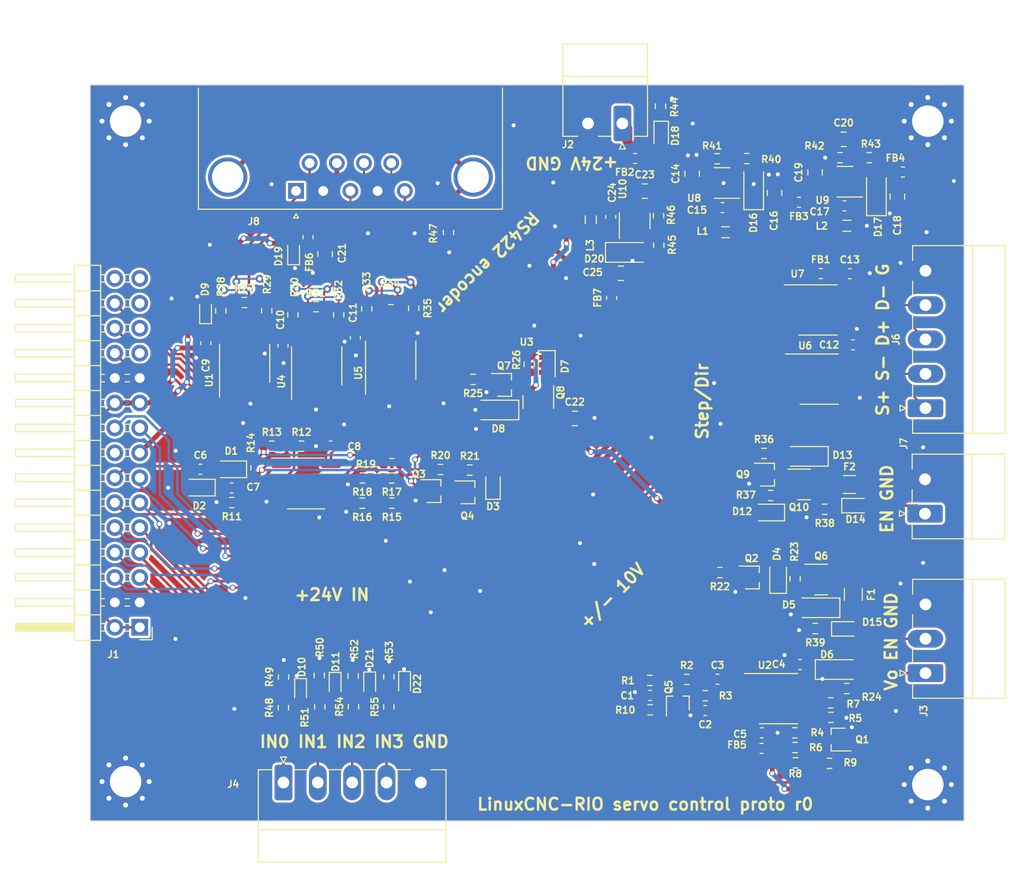
<source format=kicad_pcb>
(kicad_pcb (version 20221018) (generator pcbnew)
  (layers (0 "F.Cu" signal) (31 "B.Cu" signal) (34 "B.Paste" user) (35 "F.Paste" user) (36 "B.SilkS" user "B.Silkscreen") (37 "F.SilkS" user "F.Silkscreen") (38 "B.Mask" user) (39 "F.Mask" user) (44 "Edge.Cuts" user))
  (net 0 "")
  (net 1 "Net-(Q5-D)")
  (net 2 "GND")
  (net 3 "Net-(U2A-+)")
  (net 4 "Net-(C3-Pad1)")
  (net 5 "Net-(U2A--)")
  (net 6 "+15V")
  (net 7 "Net-(U2C-V-)")
  (net 8 "/Watchdog/PWM_IN")
  (net 9 "Net-(D1-A)")
  (net 10 "Net-(D1-K)")
  (net 11 "+5V")
  (net 12 "+3V3")
  (net 13 "Net-(U6-DE)")
  (net 14 "+24V")
  (net 15 "Net-(U8-BS)")
  (net 16 "Net-(D16-K)")
  (net 17 "Net-(C16-Pad1)")
  (net 18 "Net-(U9-BS)")
  (net 19 "Net-(D17-K)")
  (net 20 "Net-(D17-A)")
  (net 21 "Net-(D3-K)")
  (net 22 "Net-(D3-A)")
  (net 23 "+24V_WD")
  (net 24 "Net-(D4-A)")
  (net 25 "Net-(D5-A1)")
  (net 26 "Net-(D6-A2)")
  (net 27 "Net-(D7-A)")
  (net 28 "Net-(D12-A)")
  (net 29 "Net-(D13-A1)")
  (net 30 "Net-(D14-K)")
  (net 31 "/Step Dir/EN_OUT")
  (net 32 "Net-(D15-K)")
  (net 33 "/Analog output/EN_OUT")
  (net 34 "Net-(D18-K)")
  (net 35 "Net-(J2-Pin_1)")
  (net 36 "-15V")
  (net 37 "/Step Dir/STEP")
  (net 38 "/Analog output/PWM_IN")
  (net 39 "/Step Dir/DIR")
  (net 40 "/Analog output/DIR_IN")
  (net 41 "/Analog output/EN")
  (net 42 "/Watchdog/24V_OK")
  (net 44 "/Quad encoder/A")
  (net 46 "/Quad encoder/B")
  (net 48 "/Quad encoder/Z")
  (net 51 "/Analog output/OUT")
  (net 52 "/Step Dir/STEP_OUT_P")
  (net 53 "/Step Dir/STEP_OUT_N")
  (net 54 "/Step Dir/DIR_OUT_N")
  (net 55 "Net-(Q1-G)")
  (net 56 "Net-(Q2-G)")
  (net 57 "WATCHDOG")
  (net 58 "WATCHDOG_INV")
  (net 59 "Net-(Q5-G)")
  (net 60 "Net-(Q7-G)")
  (net 61 "Net-(Q9-G)")
  (net 62 "Net-(U2B-+)")
  (net 63 "Net-(U2B--)")
  (net 64 "Net-(Q1-D)")
  (net 65 "WATHDOG_INV")
  (net 66 "Net-(U3A--)")
  (net 67 "Net-(U3B-+)")
  (net 68 "Net-(U3B--)")
  (net 69 "Net-(U8-FB)")
  (net 70 "Net-(U9-FB)")
  (net 76 "/Step Dir/DIR_OUT_P")
  (net 77 "Net-(U10-BS)")
  (net 78 "Net-(D20-K)")
  (net 79 "Net-(C25-Pad1)")
  (net 80 "Net-(U10-FB)")
  (net 81 "Net-(FB6-Pad2)")
  (net 82 "Net-(J8-PAD)")
  (net 83 "/Quad encoder/A_IN_N")
  (net 84 "/Quad encoder/B_IN_N")
  (net 85 "/Quad encoder/Z_IN_N")
  (net 86 "/Quad encoder/A_IN_P")
  (net 87 "/Quad encoder/B_IN_P")
  (net 88 "/Quad encoder/Z_IN_P")
  (net 89 "/IO/INP0")
  (net 90 "/IO/INP2")
  (net 91 "/IO/INP3")
  (net 92 "Net-(J4-Pin_1)")
  (net 93 "Net-(J4-Pin_2)")
  (net 94 "Net-(J4-Pin_3)")
  (net 95 "Net-(J4-Pin_4)")
  (net 96 "/IO/INP1")
  (net 97 "/SD_EN")
  (footprint "MountingHole:MountingHole_3.2mm_M3_Pad_Via" (layer "F.Cu") (at 178.302944 121.302944)
    (fp_text reference "H3" hide)
    (fp_text value "MH_3.2mm")
  )
  (footprint "Package_SO:SOIC-8_3.9x4.9mm_P1.27mm" (layer "F.Cu") (at 123.6 78.065 90)
    (fp_text reference "U5")
    (fp_text value "CS48505S")
  )
  (footprint "Inductor_SMD:L_0603_1608Metric" (layer "F.Cu") (at 148.5 57.5)
    (fp_text reference "FB2")
    (fp_text value "FB_100R_3A")
  )
  (footprint "Inductor_SMD:L_0603_1608Metric" (layer "F.Cu") (at 167.3975 69.235)
    (fp_text reference "FB1")
    (fp_text value "FB_100R_3A")
  )
  (footprint "Resistor_SMD:R_0603_1608Metric" (layer "F.Cu") (at 120.7 92.63 180)
    (fp_text reference "R16")
    (fp_text value "1K")
  )
  (footprint "Package_TO_SOT_SMD:SOT-323_SC-70" (layer "F.Cu") (at 152.845 113.02 90)
    (fp_text reference "Q5")
    (fp_text value "BSS138W")
  )
  (footprint "Resistor_SMD:R_0603_1608Metric" (layer "F.Cu") (at 156.8475 57.53 180)
    (fp_text reference "R41")
    (fp_text value "30K")
  )
  (footprint "Resistor_SMD:R_0603_1608Metric" (layer "F.Cu") (at 161.615 87.56)
    (fp_text reference "R36")
    (fp_text value "10K")
  )
  (footprint "Resistor_SMD:R_0603_1608Metric" (layer "F.Cu") (at 168.295 119.14 180)
    (fp_text reference "R9")
    (fp_text value "10K")
  )
  (footprint "Resistor_SMD:R_0603_1608Metric" (layer "F.Cu") (at 149.995 110.69)
    (fp_text reference "R1")
    (fp_text value "10K")
  )
  (footprint "Resistor_SMD:R_0603_1608Metric" (layer "F.Cu") (at 115.995 72.605 180)
    (fp_text reference "R31")
    (fp_text value "120R")
  )
  (footprint "Package_SO:SOIC-8_3.9x4.9mm_P1.27mm" (layer "F.Cu") (at 167.245 79.985)
    (fp_text reference "U6")
    (fp_text value "CS48505S")
  )
  (footprint "Diode_SMD:D_SOD-123F" (layer "F.Cu") (at 165.9425 87.86 180)
    (fp_text reference "D13")
    (fp_text value "SMF24A")
  )
  (footprint "Capacitor_SMD:C_0603_1608Metric" (layer "F.Cu") (at 157.3875 62.51 180)
    (fp_text reference "C15")
    (fp_text value "0.1uF")
  )
  (footprint "Resistor_SMD:R_0603_1608Metric" (layer "F.Cu") (at 116.32 110.185 90)
    (fp_text reference "R50")
    (fp_text value "10K")
  )
  (footprint "Capacitor_SMD:C_0603_1608Metric" (layer "F.Cu") (at 107.41 91.08 180)
    (fp_text reference "C7")
    (fp_text value "1uF")
  )
  (footprint "Capacitor_SMD:C_0805_2012Metric" (layer "F.Cu") (at 142.345 83.995)
    (fp_text reference "C22")
    (fp_text value "10uF")
  )
  (footprint "Resistor_SMD:R_0603_1608Metric" (layer "F.Cu") (at 166.8475 105.41 180)
    (fp_text reference "R39")
    (fp_text value "10K")
  )
  (footprint "Capacitor_SMD:C_0603_1608Metric" (layer "F.Cu") (at 112.635 76.575 -90)
    (fp_text reference "C10")
    (fp_text value "0.1uF")
  )
  (footprint "Package_TO_SOT_SMD:SOT-323_SC-70" (layer "F.Cu") (at 135.175 80.575)
    (fp_text reference "Q7")
    (fp_text value "BSS138W")
  )
  (footprint "Capacitor_SMD:C_0603_1608Metric" (layer "F.Cu") (at 170.36 69.245)
    (fp_text reference "C13")
    (fp_text value "0.1uF")
  )
  (footprint "Resistor_SMD:R_0603_1608Metric" (layer "F.Cu") (at 123.7075 90.06 180)
    (fp_text reference "R17")
    (fp_text value "10K")
  )
  (footprint "Package_TO_SOT_SMD:SOT-323_SC-70" (layer "F.Cu") (at 169.185 116.72 180)
    (fp_text reference "Q1")
    (fp_text value "BSS138W")
  )
  (footprint "Package_TO_SOT_SMD:SOT-323_SC-70" (layer "F.Cu") (at 160.4075 100.2)
    (fp_text reference "Q2")
    (fp_text value "BSS138W")
  )
  (footprint "Connector_Phoenix_MC:PhoenixContact_MC_1,5_5-G-3.5_1x05_P3.50mm_Horizontal" (layer "F.Cu") (at 112.675 121.0975)
    (fp_text reference "J4")
    (fp_text value "TERM-BLK-5H")
  )
  (footprint "Diode_SMD:D_SOD-523" (layer "F.Cu") (at 121.46 111.095 -90)
    (fp_text reference "D21")
    (fp_text value "BSD5C031V")
  )
  (footprint "Resistor_SMD:R_0603_1608Metric" (layer "F.Cu") (at 155.645 112.25)
    (fp_text reference "R3")
    (fp_text value "47K")
  )
  (footprint "Inductor_SMD:L_0805_2012Metric" (layer "F.Cu") (at 170.0625 64.36)
    (fp_text reference "L2")
    (fp_text value "MLP2012S4R7MT0S1")
  )
  (footprint "Connector_Phoenix_MC:PhoenixContact_MC_1,5_5-G-3.5_1x05_P3.50mm_Horizontal" (layer "F.Cu") (at 178.0675 82.945 90)
    (fp_text reference "J6")
    (fp_text value "TERM-BLK-5H")
  )
  (footprint "Package_TO_SOT_SMD:SOT-23" (layer "F.Cu") (at 165.7075 90.72)
    (fp_text reference "Q10")
    (fp_text value "AO3401A")
  )
  (footprint "Resistor_SMD:R_0603_1608Metric" (layer "F.Cu") (at 119.77 110.235 90)
    (fp_text reference "R52")
    (fp_text value "10K")
  )
  (footprint "Capacitor_SMD:C_0603_1608Metric" (layer "F.Cu") (at 150.025 112.22 180)
    (fp_text reference "C1")
    (fp_text value "3.3nF")
  )
  (footprint "Package_TO_SOT_SMD:SOT-23-6" (layer "F.Cu") (at 169.86 59.87 180)
    (fp_text reference "U9")
    (fp_text value "LGS5145")
  )
  (footprint "Capacitor_SMD:C_0805_2012Metric" (layer "F.Cu") (at 116.92 67.240331 -90)
    (fp_text reference "C21")
    (fp_text value "10uF")
  )
  (footprint "Diode_SMD:D_SOD-123F" (layer "F.Cu") (at 169.0575 109.58)
    (fp_text reference "D6")
    (fp_text value "SMF10CA")
  )
  (footprint "Resistor_SMD:R_0603_1608Metric" (layer "F.Cu") (at 128.6725 89.195)
    (fp_text reference "R20")
    (fp_text value "10K")
  )
  (footprint "Diode_SMD:D_SOD-323" (layer "F.Cu") (at 139.495 78.695 -90)
    (fp_text reference "D7")
    (fp_text value "BZT52C10S")
  )
  (footprint "MountingHole:MountingHole_3.2mm_M3_Pad_Via" (layer "F.Cu") (at 96.6 121)
    (fp_text reference "H2" hide)
    (fp_text value "MH_3.2mm")
  )
  (footprint "Resistor_SMD:R_0603_1608Metric" (layer "F.Cu") (at 167.805 93.25 180)
    (fp_text reference "R38")
    (fp_text value "10K")
  )
  (footprint "Diode_SMD:D_SOD-123F" (layer "F.Cu") (at 173.0625 61.1175 90)
    (fp_text reference "D17")
    (fp_text value "DSS34")
  )
  (footprint "Resistor_SMD:R_0603_1608Metric" (layer "F.Cu") (at 121.16 72.815 90)
    (fp_text reference "R33")
    (fp_text value "1K")
  )
  (footprint "Inductor_SMD:L_0805_2012Metric" (layer "F.Cu") (at 157.6975 65.02)
    (fp_text reference "L1")
    (fp_text value "MLP2012S4R7MT0S1")
  )
  (footprint "LED_SMD:LED_0603_1608Metric" (layer "F.Cu") (at 171.0275 92.88)
    (fp_text reference "D14")
    (fp_text value "LED_RED")
  )
  (footprint "Diode_SMD:D_SOD-523" (layer "F.Cu") (at 125.01 111.045 -90)
    (fp_text reference "D22")
    (fp_text value "BSD5C031V")
  )
  (footprint "Connector_PinHeader_2.54mm:PinHeader_2x15_P2.54mm_Horizontal" (layer "F.Cu") (at 98.04 105.28 180)
    (fp_text reference "J1")
    (fp_text value "Conn_02x15_Odd_Even")
  )
  (footprint "Capacitor_SMD:C_0603_1608Metric" (layer "F.Cu") (at 146.01 63.4625 90)
    (fp_text reference "C24")
    (fp_text value "0.1uF")
  )
  (footprint "Package_SO:SOIC-8_3.9x4.9mm_P1.27mm" (layer "F.Cu") (at 116.0675 78.64 90)
    (fp_text reference "U4")
    (fp_text value "CS48505S")
  )
  (footprint "Resistor_SMD:R_0603_1608Metric" (layer "F.Cu") (at 123.7075 92.62 180)
    (fp_text reference "R15")
    (fp_text value "10K")
  )
  (footprint "Resistor_SMD:R_0603_1608Metric" (layer "F.Cu") (at 111.49 86.82)
    (fp_text reference "R13")
    (fp_text value "47K")
  )
  (footprint "Resistor_SMD:R_0603_1608Metric" (layer "F.Cu") (at 172.3525 57.42)
    (fp_text reference "R43")
    (fp_text value "30K")
  )
  (footprint "Resistor_SMD:R_0603_1608Metric" (layer "F.Cu") (at 164.755 116.03)
    (fp_text reference "R4")
    (fp_text value "10K")
  )
  (footprint "Resistor_SMD:R_0603_1608Metric" (layer "F.Cu") (at 123.41 113.385 90)
    (fp_text reference "R55")
    (fp_text value "10K")
  )
  (footprint "Capacitor_SMD:C_0805_2012Metric" (layer "F.Cu") (at 166.8225 58.92 90)
    (fp_text reference "C19")
    (fp_text value "10uF")
  )
  (footprint "Package_SO:SOP-8_3.76x4.96mm_P1.27mm" (layer "F.Cu") (at 114.98 90.62)
    (fp_text reference "U3")
    (fp_text value "LM2903")
  )
  (footprint "Diode_SMD:D_SOD-523" (layer "F.Cu") (at 104.745 73.08 90)
    (fp_text reference "D9")
    (fp_text value "BSD5C031V")
  )
  (footprint "Capacitor_SMD:C_0603_1608Metric" (layer "F.Cu") (at 161.395 116.03)
    (fp_text reference "C5")
    (fp_text value "0.1uF")
  )
  (footprint "Resistor_SMD:R_0603_1608Metric" (layer "F.Cu") (at 112.68 110.335 90)
    (fp_text reference "R49")
    (fp_text value "10K")
  )
  (footprint "Capacitor_SMD:C_0603_1608Metric" (layer "F.Cu") (at 104.775 76.33 -90)
    (fp_text reference "C9")
    (fp_text value "0.1uF")
  )
  (footprint "Package_SO:SOIC-8_3.9x4.9mm_P1.27mm" (layer "F.Cu") (at 167.12 72.94)
    (fp_text reference "U7")
    (fp_text value "CS48505S")
  )
  (footprint "Resistor_SMD:R_0603_1608Metric" (layer "F.Cu") (at 131.6625 89.255)
    (fp_text reference "R21")
    (fp_text value "1K")
  )
  (footprint "Resistor_SMD:R_0603_1608Metric" (layer "F.Cu") (at 137.705 78.465 -90)
    (fp_text reference "R26")
    (fp_text value "10K")
  )
  (footprint "Connector_Phoenix_MC:PhoenixContact_MC_1,5_3-G-3.5_1x03_P3.50mm_Horizontal" (layer "F.Cu") (at 178.0675 109.945 90)
    (fp_text reference "J3")
    (fp_text value "TERM-BLK-3H")
  )
  (footprint "Resistor_SMD:R_0603_1608Metric" (layer "F.Cu") (at 119.81 113.365 90)
    (fp_text reference "R54")
    (fp_text value "10K")
  )
  (footprint "Resistor_SMD:R_0603_1608Metric" (layer "F.Cu") (at 151.08 52.175 90)
    (fp_text reference "R44")
    (fp_text value "10K")
  )
  (footprint "MountingHole:MountingHole_3.2mm_M3_Pad_Via" (layer "F.Cu") (at 96.6 53.697056)
    (fp_text reference "H1" hide)
    (fp_text value "MH_3.2mm")
  )
  (footprint "Package_TO_SOT_SMD:SOT-323_SC-70" (layer "F.Cu") (at 161.955 89.72)
    (fp_text reference "Q9")
    (fp_text value "BSS138W")
  )
  (footprint "Resistor_SMD:R_0603_1608Metric" (layer "F.Cu") (at 123.63 71.865 180)
    (fp_text reference "R34")
    (fp_text value "120R")
  )
  (footprint "Package_SO:SOIC-8_3.9x4.9mm_P1.27mm" (layer "F.Cu") (at 108.725 78.37 90)
    (fp_text reference "U1")
    (fp_text value "CS48505S")
  )
  (footprint "Resistor_SMD:R_0603_1608Metric" (layer "F.Cu") (at 164.7875 100.32 90)
    (fp_text reference "R23")
    (fp_text value "10K")
  )
  (footprint "Resistor_SMD:R_0603_1608Metric" (layer "F.Cu") (at 107.415 92.57 180)
    (fp_text reference "R11")
    (fp_text value "47K")
  )
  (footprint "Resistor_SMD:R_0603_1608Metric" (layer "F.Cu") (at 114.515 86.82)
    (fp_text reference "R12")
    (fp_text value "100K")
  )
  (footprint "Resistor_SMD:R_0603_1608Metric" (layer "F.Cu") (at 150.02 113.69 180)
    (fp_text reference "R10")
    (fp_text value "10K")
  )
  (footprint "Resistor_SMD:R_0603_1608Metric" (layer "F.Cu") (at 129.49 65.045 -90)
    (fp_text reference "R47")
    (fp_text value "0R")
  )
  (footprint "Fuse:Fuse_1206_3216Metric" (layer "F.Cu") (at 170.7175 101.94 -90)
    (fp_text reference "F1")
    (fp_text value "BSMD1206-100-24V")
  )
  (footprint "Inductor_SMD:L_0603_1608Metric" (layer "F.Cu") (at 115.18 65.520331 90)
    (fp_text reference "FB6")
    (fp_text value "FB_100R_3A")
  )
  (footprint "Resistor_SMD:R_0603_1608Metric" (layer "F.Cu") (at 150.88 63.3275 90)
    (fp_text reference "R46")
    (fp_text value "16K")
  )
  (footprint "Capacitor_SMD:C_0603_1608Metric" (layer "F.Cu") (at 169.8025 62.33 180)
    (fp_text reference "C17")
    (fp_text value "0.1uF")
  )
  (footprint "Inductor_SMD:L_0603_1608Metric" (layer "F.Cu") (at 161.375 117.62)
    (fp_text reference "FB5")
    (fp_text value "FB_100R_3A")
  )
  (footprint "Resistor_SMD:R_0603_1608Metric" (layer "F.Cu") (at 125.94 72.765 -90)
    (fp_text reference "R35")
    (fp_text value "1K")
  )
  (footprint "Inductor_SMD:L_0603_1608Metric" (layer "F.Cu") (at 175.7625 58.88)
    (fp_text reference "FB4")
    (fp_text value "FB_100R_3A")
  )
  (footprint "Capacitor_SMD:C_0603_1608Metric" (layer "F.Cu") (at 104.22 89.17)
    (fp_text reference "C6")
    (fp_text value "0.1uF")
  )
  (footprint "Resistor_SMD:R_0603_1608Metric" (layer "F.Cu") (at 157.1275 99.7 180)
    (fp_text reference "R22")
    (fp_text value "10K")
  )
  (footprint "Connector_Phoenix_MC:PhoenixContact_MC_1,5_2-G-3.5_1x02_P3.50mm_Horizontal" (layer "F.Cu") (at 178.0175 93.695 90)
    (fp_text reference "J7")
    (fp_text value "TERM-BLK-2H")
  )
  (footprint "Diode_SMD:D_SOD-123F" (layer "F.Cu") (at 147.6825 67.0725)
    (fp_text reference "D20")
    (fp_text value "DSS34")
  )
  (footprint "Resistor_SMD:R_0603_1608Metric" (layer "F.Cu") (at 120.71 90.06 180)
    (fp_text reference "R18")
    (fp_text value "10K")
  )
  (footprint "Resistor_SMD:R_0603_1608Metric" (layer "F.Cu") (at 168.435 114.46 180)
    (fp_text reference "R5")
    (fp_text value "10K")
  )
  (footprint "Capacitor_SMD:C_0603_1608Metric" (layer "F.Cu") (at 170.67 76.495)
    (fp_text reference "C12")
    (fp_text value "0.1uF")
  )
  (footprint "Resistor_SMD:R_0603_1608Metric" (layer "F.Cu") (at 168.415 112.98 180)
    (fp_text reference "R7")
    (fp_text value "70K")
  )
  (footprint "Resistor_SMD:R_0603_1608Metric" (layer "F.Cu") (at 108.7 72.18)
    (fp_text reference "R27")
    (fp_text value "120R")
  )
  (footprint "Capacitor_SMD:C_0805_2012Metric" (layer "F.Cu") (at 169.73 55.55)
    (fp_text reference "C20")
    (fp_text value "10uF")
  )
  (footprint "Resistor_SMD:R_0603_1608Metric" (layer "F.Cu") (at 113.635 73.445 90)
    (fp_text reference "R30")
    (fp_text value "1K")
  )
  (footprint "Diode_SMD:D_SOD-123F" (layer "F.Cu") (at 160.5675 60.51 90)
    (fp_text reference "D16")
    (fp_text value "DSS34")
  )
  (footprint "Capacitor_SMD:C_0805_2012Metric" (layer "F.Cu") (at 154.2975 59.05 90)
    (fp_text reference "C14")
    (fp_text value "10uF")
  )
  (footprint "Package_TO_SOT_SMD:SOT-23-6" (layer "F.Cu") (at 157.335 60 180)
    (fp_text reference "U8")
    (fp_text value "LGS5145")
  )
  (footprint "Capacitor_SMD:C_0805_2012Metric" (layer "F.Cu") (at 175.2025 61.38 90)
    (fp_text reference "C18")
    (fp_text value "10uF")
  )
  (footprint "LED_SMD:LED_0603_1608Metric" (layer "F.Cu") (at 134.0225 90.745 90)
    (fp_text reference "D3")
    (fp_text value "LED_RED")
  )
  (footprint "Resistor_SMD:R_0603_1608Metric" (layer "F.Cu") (at 131.9925 80.015 180)
    (fp_text reference "R25")
    (fp_text value "10K")
  )
  (footprint "Resistor_SMD:R_0603_1608Metric" (layer "F.Cu") (at 116.38 113.385 90)
    (fp_text reference "R51")
    (fp_text value "10K")
  )
  (footprint "Resistor_SMD:R_0603_1608Metric" (layer "F.Cu") (at 109.88 89.03 -90)
    (fp_text reference "R14")
    (fp_text value "10K")
  )
  (footprint "Connector_Phoenix_MC:PhoenixContact_MC_1,5_2-G-3.5_1x02_P3.50mm_Horizontal" (layer "F.Cu") (at 147.195 53.9325 180)
    (fp_text reference "J2")
    (fp_text value "TERM-BLK-2H")
  )
  (footprint "Inductor_SMD:L_0603_1608Metric" (layer "F.Cu") (at 146.1 71.7025 90)
    (fp_text reference "FB7")
    (fp_text value "FB_100R_3A")
  )
  (footprint "Capacitor_SMD:C_0805_2012Metric" (layer "F.Cu") (at 147.04 69.2025)
    (fp_text reference "C25")
    (fp_text value "10uF")
  )
  (footprint "Resistor_SMD:R_0603_1608Metric" (layer "F.Cu") (at 150.9 66.3475 90)
    (fp_text reference "R45")
    (fp_text value "82K")
  )
  (footprint "LED_SMD:LED_0603_1608Metric" (layer "F.Cu") (at 151.15 55.1875 -90)
    (fp_text reference "D18")
    (fp_text value "LED_GREEN")
  )
  (footprint "Package_TO_SOT_SMD:SOT-23" (layer "F.Cu") (at 167.445 100.41)
    (fp_text reference "Q6")
    (fp_text value "AO3401A")
  )
  (footprint "Resistor_SMD:R_0603_1608Metric" (layer "F.Cu") (at 162.285 91.85 180)
    (fp_text reference "R37")
    (fp_text value "10K")
  )
  (footprint "Resistor_SMD:R_0603_1608Metric" (layer "F.Cu") (at 164.825 119.09 180)
    (fp_text reference "R8")
    (fp_text value "5.83K")
  )
  (footprint "Package_TO_SOT_SMD:SOT-23" (layer "F.Cu") (at 138.635 82.325 -90)
    (fp_text reference "Q8")
    (fp_text value "AO3401A")
  )
  (footprint "Resistor_SMD:R_0603_1608Metric" (layer "F.Cu") (at 123.41 110.315 90)
    (fp_text reference "R53")
    (fp_text value "10K")
  )
  (footprint "Resistor_SMD:R_0603_1608Metric" (layer "F.Cu") (at 153.755 110.59)
    (fp_text reference "R2")
    (fp_text value "150K")
  )
  (footprint "Capacitor_SMD:C_0603_1608Metric" (layer "F.Cu") (at 165.295 109.08 180)
    (fp_text reference "C4")
    (fp_text value "0.1uF")
  )
  (footprint "Resistor_SMD:R_0603_1608Metric" (layer "F.Cu") (at 118.305 73.435 -90)
    (fp_text reference "R32")
    (fp_text value "1K")
  )
  (footprint "Package_TO_SOT_SMD:SOT-23-6" (layer "F.Cu") (at 148.45 63.8625 90)
    (fp_text reference "U10")
    (fp_text value "LGS5145")
  )
  (footprint "Fuse:Fuse_1206_3216Metric" (layer "F.Cu") (at 170.325 90.73)
    (fp_text reference "F2")
    (fp_text value "BSMD1206-100-24V")
  )
  (footprint "Capacitor_SMD:C_0603_1608Metric" (layer "F.Cu") (at 156.885 110.57)
    (fp_text reference "C3")
    (fp_text value "680pF")
  )
  (footprint "Package_TO_SOT_SMD:SOT-323_SC-70" (layer "F.Cu") (at 131.4425 91.525)
    (fp_text reference "Q4")
    (fp_text value "BSS138W")
  )
  (footprint "Capacitor_SMD:C_0805_2012Metric" (layer "F.Cu") (at 162.6975 61 90)
    (fp_text reference "C16")
    (fp_text value "10uF")
  )
  (footprint "Diode_SMD:D_SOD-323" (layer "F.Cu") (at 162.105 93.58 180)
    (fp_text reference "D12")
    (fp_text value "BZT52C10S")
  )
  (footprint "Connector_Dsub:DSUB-9_Female_Horizontal_P2.77x2.84mm_EdgePinOffset7.70mm_Housed_MountingHolesOffset9.12mm" (layer "F.Cu") (at 113.96 60.810331 180)
    (fp_text reference "J8")
    (fp_text value "DB9_Receptacle")
  )
  (footprint "Diode_SMD:D_SOD-123F" (layer "F.Cu") (at 167.135 103.29 180)
    (fp_text reference "D5")
    (fp_text value "SMF24A")
  )
  (footprint "Capacitor_SMD:C_0603_1608Metric" (layer "F.Cu") (at 117.48 86.81 180)
    (fp_text reference "C8")
    (fp_text value "0.1uF")
  )
  (footprint "Diode_SMD:D_SOD-523" (layer "F.Cu") (at 113.71 67.067831 90)
    (fp_text reference "D19")
    (fp_text value "PESD5V0S1BBN")
  )
  (footprint "Diode_SMD:D_SOD-323" (layer "F.Cu") (at 104.11 91.04 180)
    (fp_text reference "D2")
    (fp_text value "BAT54WS")
  )
  (footprint "Resistor_SMD:R_0603_1608Metric" (layer "F.Cu") (at 159.8575 57.51 180)
    (fp_text reference "R40")
    (fp_text value "510K")
  )
  (footprint "MountingHole:MountingHole_3.2mm_M3_Pad_Via" (layer "F.Cu") (at 178.302944 53.697056)
    (fp_text reference "H4" hide)
    (fp_text value "MH_3.2mm")
  )
  (footprint "Inductor_SMD:L_0603_1608Metric" (layer "F.Cu") (at 165.175 61.97 180)
    (fp_text reference "FB3")
    (fp_text value "FB_100R_3A")
  )
  (footprint "Diode_SMD:D_SOD-123F" (layer "F.Cu") (at 134.4325 83.135 180)
    (fp_text reference "D8")
    (fp_text value "SMF24A")
  )
  (footprint "Capacitor_SMD:C_0603_1608Metric" (layer "F.Cu") (at 155.63 113.76 180)
    (fp_text reference "C2")
    (fp_text value "220pF")
  )
  (footprint "LED_SMD:LED_0603_1608Metric" (layer "F.Cu") (at 169.9875 105.44)
    (fp_text reference "D15")
    (fp_text value "LED_RED")
  )
  (footprint "Resistor_SMD:R_0603_1608Metric" (layer "F.Cu") (at 169.3725 57.42)
    (fp_text reference "R42")
    (fp_text value "510K")
  )
  (footprint "Resistor_SMD:R_0603_1608Metric" (layer "F.Cu") (at 110.975 73.01 -90)
    (fp_text reference "R29")
    (fp_text value "1K")
  )
  (footprint "Capacitor_SMD:C_0603_1608Metric" (layer "F.Cu") (at 120 75.775 -90)
    (fp_text reference "C11")
    (fp_text value "0.1uF")
  )
  (footprint "Diode_SMD:D_SOD-323" (layer "F.Cu") (at 163.0575 100.2075 90)
    (fp_text reference "D4")
    (fp_text value "BZT52C10S")
  )
  (footprint "Resistor_SMD:R_0603_1608Metric" (layer "F.Cu") (at 106.295 73.03 90)
    (fp_text reference "R28")
    (fp_text value "1K")
  )
  (footprint "Resistor_SMD:R_0603_1608Metric" (layer "F.Cu") (at 112.67 113.475 90)
    (fp_text reference "R48")
    (fp_text value "10K")
  )
  (footprint "Resistor_SMD:R_0603_1608Metric" (layer "F.Cu") (at 123.715 88.6 180)
    (fp_text reference "R19")
    (fp_text value "10K")
  )
  (footprint "Resistor_SMD:R_0603_1608Metric" (layer "F.Cu") (at 164.775 117.53 180)
    (fp_text reference "R6")
    (fp_text value "10K")
  )
  (footprint "Inductor_SMD:L_0805_2012Metric" (layer "F.Cu") (at 143.98 63.7525 -90)
    (fp_text reference "L3")
    (fp_text value "MLP2012S4R7MT0S1")
  )
  (footprint "Diode_SMD:D_SOD-523" (layer "F.Cu") (at 117.94 111.135 -90)
    (fp_text reference "D11")
    (fp_text value "BSD5C031V")
  )
  (footprint "Package_TO_SOT_SMD:SOT-323_SC-70" (layer "F.Cu") (at 127.9825 91.395)
    (fp_text reference "Q3")
    (fp_text value "BSS138W")
  )
  (footprint "Package_SO:SO-8_3.9x4.9mm_P1.27mm" (layer "F.Cu") (at 163.095 112.55)
    (fp_text reference "U2")
    (fp_text value "LM358DT")
  )
  (footprint "Diode_SMD:D_SOD-323" (layer "F.Cu") (at 107.31 89.18 180)
    (fp_text reference "D1")
    (fp_text value "BAT54WS")
  )
  (footprint "Capacitor_SMD:C_0805_2012Metric" (layer "F.Cu") (at 149.47 60.8325)
    (fp_text reference "C23")
    (fp_text value "10uF")
  )
  (footprint "Resistor_SMD:R_0603_1608Metric" (layer "F.Cu") (at 170.045 111.52)
    (fp_text reference "R24")
    (fp_text value "10R")
  )
  (footprint "Diode_SMD:D_SOD-523" (layer "F.Cu") (at 114.42 111.765 -90)
    (fp_text reference "D10")
    (fp_text value "BSD5C031V")
  )
  (gr_rect locked (start 93 50) (end 182 125) (stroke (width 0.1)) (fill none) (layer "Edge.Cuts"))
  (gr_text "Step/Dir" (at 156.03 86.27 90) (layer "F.SilkS") (effects (font (size 1.2 1.2) (thickness 0.25) bold) (justify left bottom)))
  (gr_text "IN0 IN1 IN2 IN3 GND" (at 110.13 117.64) (layer "F.SilkS") (effects (font (size 1.2 1.2) (thickness 0.25) bold) (justify left bottom)))
  (gr_text "RS422 encoder" (at 137.97 62.61 -135) (layer "F.SilkS") (effects (font (size 1.2 1.2) (thickness 0.25) bold) (justify left bottom)))
  (gr_text "Vo EN GND" (at 175.27 111.86 90) (layer "F.SilkS") (effects (font (size 1.2 1.2) (thickness 0.25) bold) (justify left bottom)))
  (gr_text "+/- 10V" (at 143.57 105.68 45) (layer "F.SilkS") (effects (font (size 1.2 1.2) (thickness 0.25) bold) (justify left bottom)))
  (gr_text "LinuxCNC-RIO servo control proto r0" (at 132.27 124.01) (layer "F.SilkS") (effects (font (size 1.2 1.2) (thickness 0.25) bold) (justify left bottom)))
  (gr_text "+24V IN" (at 113.69 102.66) (layer "F.SilkS") (effects (font (size 1.2 1.2) (thickness 0.25) bold) (justify left bottom)))
  (gr_text "S+ S- D+ D- G" (at 174.41 83.88 90) (layer "F.SilkS") (effects (font (size 1.2 1.2) (thickness 0.25) bold) (justify left bottom)))
  (gr_text "EN GND" (at 174.84 95.81 90) (layer "F.SilkS") (effects (font (size 1.2 1.2) (thickness 0.25) bold) (justify left bottom)))
  (gr_text "+24V GND" (at 146.89 57.26 180) (layer "F.SilkS") (effects (font (size 1.2 1.2) (thickness 0.25) bold) (justify left bottom)))
  (segment (start 150.82 112.2) (end 150.8 112.22) (width 0.25) (layer "F.Cu") (net 1))
  (segment (start 150.82 110.69) (end 150.82 112.2) (width 0.25) (layer "F.Cu") (net 1))
  (segment (start 152.845 110.675) (end 152.93 110.59) (width 0.25) (layer "F.Cu") (net 1))
  (segment (start 150.8 112.22) (end 152.645 112.22) (width 0.25) (layer "F.Cu") (net 1))
  (segment (start 152.845 112.02) (end 152.845 110.675) (width 0.25) (layer "F.Cu") (net 1))
  (segment (start 152.645 112.22) (end 152.845 112.02) (width 0.25) (layer "F.Cu") (net 1))
  (segment (start 116.7025 82.3825) (end 115.995 83.09) (width 0.25) (layer "F.Cu") (net 2))
  (segment (start 148.815 112.22) (end 148.475 111.88) (width 0.25) (layer "F.Cu") (net 2))
  (segment (start 110.63 74.18) (end 110.975 73.835) (width 0.25) (layer "F.Cu") (net 2))
  (segment (start 160.955 90.37) (end 161.08 90.37) (width 0.25) (layer "F.Cu") (net 2))
  (segment (start 118.305 74.26) (end 118.305 75.8325) (width 0.25) (layer "F.Cu") (net 2))
  (segment (start 173.1725 64.36) (end 174.4325 63.1) (width 1) (layer "F.Cu") (net 2))
  (segment (start 104.745 72.38) (end 104.695 72.38) (width 0.25) (layer "F.Cu") (net 2))
  (segment (start 104.775 77.105) (end 104.48 77.105) (width 0.25) (layer "F.Cu") (net 2))
  (segment (start 115.4325 82.5275) (end 115.995 83.09) (width 0.25) (layer "F.Cu") (net 2))
  (segment (start 120 76.55) (end 120 77.515) (width 0.25) (layer "F.Cu") (net 2))
  (segment (start 109.32 82.49) (end 108.09 81.26) (width 0.25) (layer "F.Cu") (net 2))
  (segment (start 160.6075 59.15) (end 160.5675 59.11) (width 1) (layer "F.Cu") (net 2))
  (segment (start 171.445 76.495) (end 171.445 75.235) (width 0.5) (layer "F.Cu") (net 2))
  (segment (start 115.98 86.82) (end 115.99 86.81) (width 0.25) (layer "F.Cu") (net 2))
  (segment (start 158.4725 60) (end 157.5175 60) (width 0.5) (layer "F.Cu") (net 2))
  (segment (start 150.88 62.5025) (end 150.88 61.2925) (width 0.5) (layer "F.Cu") (net 2))
  (segment (start 154.2975 57.59) (end 154.2975 58.1) (width 1) (layer "F.Cu") (net 2))
  (segment (start 119.615 76.165) (end 120 76.55) (width 0.25) (layer "F.Cu") (net 2))
  (segment (start 125.505 75.59) (end 126.045 75.59) (width 0.25) (layer "F.Cu") (net 2))
  (segment (start 119.77 109.41) (end 119.77 108.645) (width 0.25) (layer "F.Cu") (net 2))
  (segment (start 175.2025 62.33) (end 174.4325 63.1) (width 1) (layer "F.Cu") (net 2))
  (segment (start 125.94 75.155) (end 125.505 75.59) (width 0.25) (layer "F.Cu") (net 2))
  (segment (start 158.4725 60) (end 160.4575 60) (width 0.5) (layer "F.Cu") (net 2))
  (segment (start 162.1075 59.15) (end 162.6975 59.74) (width 1) (layer "F.Cu") (net 2))
  (segment (start 114.325 111.16) (end 114.42 111.065) (width 0.25) (layer "F.Cu") (net 2))
  (segment (start 103.06 91.04) (end 104.54 92.52) (width 0.25) (layer "F.Cu") (net 2))
  (segment (start 156.0225 57.53) (end 154.8675 57.53) (width 1) (layer "F.Cu") (net 2))
  (segment (start 117.9725 76.165) (end 118.905 76.165) (width 0.25) (layer "F.Cu") (net 2))
  (segment (start 143.295 83.995) (end 144.305 83.995) (width 0.5) (layer "F.Cu") (net 2))
  (segment (start 115.4325 81.115) (end 115.4325 82.5275) (width 0.25) (layer "F.Cu") (net 2))
  (segment (start 172.335 69.245) (end 172.39 69.19) (width 0.25) (layer "F.Cu") (net 2))
  (segment (start 129.49 65.87) (end 129.49 67) (width 0.5) (layer "F.Cu") (net 2))
  (segment (start 171.135 69.245) (end 172.335 69.245) (width 0.25) (layer "F.Cu") (net 2))
  (segment (start 132.235 83.135) (end 132.215 83.115) (width 0.25) (layer "F.Cu") (net 2))
  (segment (start 154.115 113.76) (end 154.115 114.23) (width 0.25) (layer "F.Cu") (net 2))
  (segment (start 169.595 74.845) (end 171.055 74.845) (width 0.25) (layer "F.Cu") (net 2))
  (segment (start 105.91 92.57) (end 105.86 92.52) (width 0.25) (layer "F.Cu") (net 2))
  (segment (start 154.115 113.76) (end 153.755 113.76) (width 0.25) (layer "F.Cu") (net 2))
  (segment (start 126.045 75.59) (end 126.345 75.29) (width 0.25) (layer "F.Cu") (net 2))
  (segment (start 165.35 105.41) (end 165.19 105.57) (width 0.25) (layer "F.Cu") (net 2))
  (segment (start 159.4075 100.85) (end 159.4075 100.9625) (width 0.5) (layer "F.Cu") (net 2))
  (segment (start 171.37 81.89) (end 171.38 81.88) (width 0.25) (layer "F.Cu") (net 2))
  (segment (start 123.41 109.49) (end 123.41 108.795) (width 0.25) (layer "F.Cu") (net 2))
  (segment (start 161.08 90.37) (end 163.59 87.86) (width 0.25) (layer "F.Cu") (net 2))
  (segment (start 148.45 65) (end 148.45 66.44) (width 0.5) (layer "F.Cu") (net 2))
  (segment (start 116.32 109.36) (end 116.32 108.455) (width 0.25) (layer "F.Cu") (net 2))
  (segment (start 122.965 80.54) (end 122.965 82.28) (width 0.25) (layer "F.Cu") (net 2))
  (segment (start 162.6975 60.05) (end 162.6975 59.45) (width 1) (layer "F.Cu") (net 2))
  (segment (start 118.305 75.8325) (end 117.9725 76.165) (width 0.25) (layer "F.Cu") (net 2))
  (segment (start 154.115 114.23) (end 154.135 114.25) (width 0.25) (layer "F.Cu") (net 2))
  (segment (start 166.8225 57.97) (end 167.3725 57.42) (width 1) (layer "F.Cu") (net 2))
  (segment (start 119.875 92.695) (end 119.06 93.51) (width 0.25) (layer "F.Cu") (net 2))
  (segment (start 104.54 92.52) (end 105.86 92.52) (width 0.25) (layer "F.Cu") (net 2))
  (segment (start 172.0925 64.36) (end 173.1725 64.36) (width 1) (layer "F.Cu") (net 2))
  (segment (start 119.875 92.63) (end 119.875 92.695) (width 0.25) (layer "F.Cu") (net 2))
  (segment (start 168.5475 57.42) (end 167.8525 57.42) (width 1) (layer "F.Cu") (net 2))
  (segment (start 110.63 75.895) (end 110.63 77.245) (width 0.25) (layer "F.Cu") (net 2))
  (segment (start 169.26 114.46) (end 169.975 114.46) (width 0.25) (layer "F.Cu") (net 2))
  (segment (start 112.635 78.3) (end 112.685 78.35) (width 0.25) (layer "F.Cu") (net 2))
  (segment (start 110.63 77.245) (end 110.765 77.38) (width 0.25) (layer "F.Cu") (net 2))
  (segment (start 129.49 67) (end 129.56 67.07) (width 0.5) (layer "F.Cu") (net 2))
  (segment (start 106.635 92.525) (end 106.59 92.57) (width 0.25) (layer "F.Cu") (net 2))
  (segment (start 130.3125 92.045) (end 130.4425 92.175) (width 0.25) (layer "F.Cu") (net 2))
  (segment (start 162.17 116.03) (end 163.005 116.03) (width 0.25) (layer "F.Cu") (net 2))
  (segment (start 113.71 68.53) (end 113.85 68.67) (width 0.25) (layer "F.Cu") (net 2))
  (segment (start 162.6975 59.74) (end 162.6975 60.05) (width 1) (layer "F.Cu") (net 2))
  (segment (start 163.59 87.86) (end 164.5425 87.86) (width 0.25) (layer "F.Cu") (net 2))
  (segment (start 116.639669 68.190331) (end 115.67 69.16) (width 0.25) (layer "F.Cu") (net 2))
  (segment (start 109.32 82.49) (end 109.36 82.45) (width 0.25) (layer "F.Cu") (net 2))
  (segment (start 126.445 92.045) (end 126.14 92.35) (width 0.25) (layer "F.Cu") (net 2))
  (segment (start 109.36 82.45) (end 109.36 80.845) (width 0.25) (layer "F.Cu") (net 2))
  (segment (start 123.41 108.795) (end 123.44 108.765) (width 0.25) (layer "F.Cu") (net 2))
  (segment (start 167.6575 110.4475) (end 167.565 110.54) (width 0.25) (layer "F.Cu") (net 2))
  (segment (start 134.175 81.225) (end 133.445 81.225) (width 0.25) (layer "F.Cu") (net 2))
  (segment (start 121.46 110.395) (end 121.46 109.635) (width 0.25) (layer "F.Cu") (net 2))
  (segment (start 125.01 109.585) (end 124.96 109.535) (width 0.25) (layer "F.Cu") (net 2))
  (segment (start 114.42 110.615) (end 114.03 110.225) (width 0.25) (layer "F.Cu") (net 2))
  (segment (start 156.24 57.53) (end 156.0225 57.53) (width 0.5) (layer "F.Cu") (net 2))
  (segment (start 125.94 73.59) (end 125.94 75.155) (width 0.25) (layer "F.Cu") (net 2))
  (segment (start 157.31 59.8125) (end 157.31 58.6) (width 0.5) (layer "F.Cu") (net 2))
  (segment (start 118.905 76.165) (end 119.615 76.165) (width 0.25) (layer "F.Cu") (net 2))
  (segment (start 171.445 75.235) (end 171.08 74.87) (width 0.5) (layer "F.Cu") (net 2))
  (segment (start 170.185 115.84) (end 170.565 115.46) (width 0.25) (layer "F.Cu") (net 2))
  (segment (start 149.25 112.22) (end 148.815 112.22) (width 0.25) (layer "F.Cu") (net 2))
  (segment (start 121.46 109.635) (end 121.41 109.585) (width 0.25) (layer "F.Cu") (net 2))
  (segment (start 119.77 108.645) (end 119.74 108.615) (width 0.25) (layer "F.Cu") (net 2))
  (segment (start 126.9825 92.045) (end 126.445 92.045) (width 0.25) (layer "F.Cu") (net 2))
  (segment (start 170.185 116.07) (end 170.185 115.84) (width 0.25) (layer "F.Cu") (net 2))
  (segment (start 126.9825 92.045) (end 130.3125 92.045) (width 0.25) (layer "F.Cu") (net 2))
  (segment (start 157.5175 60) (end 157.5075 60.01) (width 0.5) (layer "F.Cu") (net 2))
  (segment (start 115.34 86.82) (end 115.98 86.82) (width 0.25) (layer "F.Cu") (net 2))
  (segment (start 104.48 77.105) (end 103.785 77.8) (width 0.25) (layer "F.Cu") (net 2))
  (segment (start 157.31 58.6) (end 156.24 57.53) (width 0.5) (layer "F.Cu") (net 2))
  (segment (start 133.445 81.225) (end 133.355 81.315) (width 0.25) (layer "F.Cu") (net 2))
  (segment (start 149.051472 63.8375) (end 149.798528 63.8375) (width 0.5) (layer "F.Cu") (net 2))
  (segment (start 116.7025 81.115) (end 116.7025 82.3825) (width 0.25) (layer "F.Cu") (net 2))
  (segment (start 147.99 69.2025) (end 147.99 68.165) (width 1) (layer "F.Cu") (net 2))
  (segment (start 119.885 90.075) (end 119.24 90.72) (width 0.25) (layer "F.Cu") (net 2))
  (segment (start 148.45 64.438972) (end 149.051472 63.8375) (width 0.5) (layer "F.Cu") (net 2))
  (segment (start 162.1075 59.15) (end 160.6075 59.15) (width 1) (layer "F.Cu") (net 2))
  (segment (start 159.4075 100.9625) (end 158.7 101.67) (width 0.5) (layer "F.Cu") (net 2))
  (segment (start 150.88 61.2925) (end 150.42 60.8325) (width 0.5) (layer "F.Cu") (net 2))
  (segment (start 114.42 111.065) (end 114.42 110.615) (width 0.25) (layer "F.Cu") (net 2))
  (segment (start 154.8675 57.53) (end 154.2975 58.1) (width 1) (layer "F.Cu") (net 2))
  (segment (start 149.798528 63.8375) (end 150.88 62.756028) (width 0.5) (layer "F.Cu") (net 2))
  (segment (start 162.6975 59.45) (end 163.0275 59.12) (width 1) (layer "F.Cu") (net 2))
  (segment (start 167.6575 109.58) (end 167.6575 110.4475) (width 0.25) (layer "F.Cu") (net 2))
  (segment (start 166.98 93.25) (end 166.775 93.25) (width 0.25) (layer "F.Cu") (net 2))
  (segment (start 154.855 113.76) (end 154.115 113.76) (width 0.25) (layer "F.Cu") (net 2))
  (segment (start 106.635 91.08) (end 106.635 92.525) (width 0.25) (layer "F.Cu") (net 2))
  (segment (start 154.2975 58.1) (end 154.2975 57.62) (width 1) (layer "F.Cu") (net 2))
  (segment (start 166.775 93.25) (end 165.955 94.07) (width 0.25) (layer "F.Cu") (net 2))
  (segment (start 120 77.515) (end 120.055 77.57) (width 0.25) (layer "F.Cu") (net 2))
  (segment (start 110.63 75.895) (end 110.63 74.18) (width 0.25) (layer "F.Cu") (net 2))
  (segment (start 160.955 90.37) (end 160.375 90.37) (width 0.25) (layer "F.Cu") (net 2))
  (segment (start 157.5075 60.01) (end 157.31 59.8125) (width 0.5) (layer "F.Cu") (net 2))
  (segment (start 148.45 65) (end 148.45 64.438972) (width 0.5) (layer "F.Cu") (net 2))
  (segment (start 166.0225 105.41) (end 165.35 105.41) (width 0.25) (layer "F.Cu") (net 2))
  (segment (start 112.635 77.35) (end 112.635 78.3) (width 0.25) (layer "F.Cu") (net 2))
  (segment (start 144.305 83.995) (end 144.36 83.94) (width 0.5) (layer "F.Cu") (net 2))
  (segment (start 112.68 109.51) (end 112.68 108.635) (width 0.25) (layer "F.Cu") (net 2))
  (segment (start 160.375 90.37) (end 160.105 90.64) (width 0.25) (layer "F.Cu") (net 2))
  (segment (start 160.4575 60) (end 160.5675 60.11) (width 0.5) (layer "F.Cu") (net 2))
  (segment (start 165.02 103.29) (end 164.35 103.96) (width 0.25) (layer "F.Cu") (net 2))
  (segment (start 150.88 62.756028) (end 150.88 62.5025) (width 0.5) (layer "F.Cu") (net 2))
  (segment (start 169.975 114.46) (end 170.015 114.5) (width 0.25) (layer "F.Cu") (net 2))
  (segment (start 151.08 51.35) (end 152.22 51.35) (width 0.25) (layer "F.Cu") (net 2))
  (segment (start 116.705 86.81) (end 115.99 86.81) (width 0.25) (layer "F.Cu") (net 2))
  (segment (start 171.055 74.845) (end 171.08 74.87) (width 0.25) (layer "F.Cu") (net 2))
  (segment (start 164.52 109.08) (end 164.52 108.92) (width 0.25) (layer "F.Cu") (net 2))
  (segment (start 133.0325 83.135) (end 132.235 83.135) (width 0.25) (layer "F.Cu") (net 2))
  (segment (start 167.3725 57.42) (end 167.8525 57.42) (width 1) (layer "F.Cu") (net 2))
  (segment (start 119.885 90.06) (end 119.885 90.075) (width 0.25) (layer "F.Cu") (net 2))
  (segment (start 108.09 81.26) (end 108.09 80.845) (width 0.25) (layer "F.Cu") (net 2))
  (segment (start 147.99 68.165) (end 148.23625 67.91875) (width 1) (layer "F.Cu") (net 2))
  (segment (start 154.2975 57.62) (end 153.8675 57.19) (width 1) (layer "F.Cu") (net 2))
  (segment (start 113.71 67.767831) (end 113.71 68.53) (width 0.25) (layer "F.Cu") (net 2))
  (segment (start 154.7575 57.13) (end 154.2975 57.59) (width 1) (layer "F.Cu") (net 2))
  (segment (start 148.23625 67.91875) (end 149.0825 67.0725) (width 1) (layer "F.Cu") (net 2))
  (segment (start 153.755 113.76) (end 153.495 114.02) (width 0.25) (layer "F.Cu") (net 2))
  (segment (start 104.695 72.38) (end 103.895 71.58) (width 0.25) (layer "F.Cu") (net 2))
  (segment (start 165.735 103.29) (end 165.02 103.29) (width 0.25) (layer "F.Cu") (net 2))
  (segment (start 164.52 108.92) (end 163.71 108.11) (width 0.25) (layer "F.Cu") (net 2))
  (segment (start 171.125 64.36) (end 172.0925 64.36) (width 1) (layer "F.Cu") (net 2))
  (segment (start 152.22 51.35) (end 152.25 51.38) (width 0.25) (layer "F.Cu") (net 2))
  (segment (start 148.45 66.44) (end 149.0825 67.0725) (width 0.5) (layer "F.Cu") (net 2))
  (segment (start 124.235 80.54) (end 124.235 81.97) (width 0.25) (layer "F.Cu") (net 2))
  (segment (start 111.005 92.525) (end 110.95 92.47) (width 0.25) (layer "F.Cu") (net 2))
  (segment (start 112.4425 92.525) (end 111.005 92.525) (width 0.25) (layer "F.Cu") (net 2))
  (segment (start 160.5675 59.11) (end 160.5675 60.11) (width 1) (layer "F.Cu") (net 2))
  (segment (start 116.32 108.455) (end 116.35 108.425) (width 0.25) (layer "F.Cu") (net 2))
  (segment (start 122.965 82.28) (end 123.445 82.76) (width 0.25) (layer "F.Cu") (net 2))
  (segment (start 116.92 68.190331) (end 116.639669 68.190331) (width 0.25) (layer "F.Cu") (net 2))
  (segment (start 112.68 108.635) (end 112.71 108.605) (width 0.25) (layer "F.Cu") (net 2))
  (segment (start 125.01 110.345) (end 125.01 109.585) (width 0.25) (layer "F.Cu") (net 2))
  (segment (start 169.72 81.89) (end 171.37 81.89) (width 0.25) (layer "F.Cu") (net 2))
  (segment (start 124.235 81.97) (end 123.445 82.76) (width 0.25) (layer "F.Cu") (net 2))
  (segment (start 106.59 92.57) (end 105.91 92.57) (width 0.25) (layer "F.Cu") (net 2))
  (via (at 141.46 69.69) (size 0.6) (drill 0.4) (layers "F.Cu" "B.Cu") (net 2))
  (via (at 124.96 109.535) (size 0.6) (drill 0.4) (layers "F.Cu" "B.Cu") (net 2))
  (via (at 160.5675 60.11) (size 0.8) (drill 0.4) (layers "F.Cu" "B.Cu") (net 2))
  (via (at 108.57 84.46) (size 0.6) (drill 0.4) (layers "F.Cu" "B.Cu") (net 2))
  (via (at 127.68 103.75) (size 0.6) (drill 0.4) (layers "F.Cu" "B.Cu") (net 2))
  (via (at 110.765 77.38) (size 0.8) (drill 0.4) (layers "F.Cu" "B.Cu") (net 2))
  (via (at 136.12 54.12) (size 0.6) (drill 0.4) (layers "F.Cu" "B.Cu") (net 2))
  (via (at 121.41 109.585) (size 0.6) (drill 0.4) (layers "F.Cu" "B.Cu") (net 2))
  (via (at 112.71 108.605) (size 0.6) (drill 0.4) (layers "F.Cu" "B.Cu") (net 2))
  (via (at 140.16 59.95) (size 0.6) (drill 0.4) (layers "F.Cu" "B.Cu") (net 2))
  (via (at 105.86 92.52) (size 0.6) (drill 0.4) (layers "F.Cu" "B.Cu") (net 2))
  (via (at 101.04 94.66) (size 0.6) (drill 0.4) (layers "F.Cu" "B.Cu") (net 2))
  (via (at 113.85 68.67) (size 0.6) (drill 0.4) (layers "F.Cu" "B.Cu") (net 2))
  (via (at 101.67 106.46) (size 0.6) (drill 0.4) (layers "F.Cu" "B.Cu") (net 2))
  (via (at 154.135 114.25) (size 0.6) (drill 0.4) (layers "F.Cu" "B.Cu") (net 2))
  (via (at 112.685 78.35) (size 0.8) (drill 0.4) (layers "F.Cu" "B.Cu") (net 2))
  (via (at 152.25 51.38) (size 0.6) (drill 0.4) (layers "F.Cu" "B.Cu") (net 2))
  (via (at 116.35 108.425) (size 0.6) (drill 0.4) (layers "F.Cu" "B.Cu") (net 2))
  (via (at 119.06 93.51) (size 0.6) (drill 0.4) (layers "F.Cu" "B.Cu") (net 2))
  (via (at 177.82 98.71) (size 0.6) (drill 0.4) (layers "F.Cu" "B.Cu") (net 2))
  (via (at 125.56 100.62) (size 0.6) (drill 0.4) (layers "F.Cu" "B.Cu") (net 2))
  (via (at 115.99 86.81) (size 0.6) (drill 0.4) (layers "F.Cu" "B.Cu") (net 2))
  (via (at 144.36 83.94) (size 0.6) (drill 0.4) (layers "F.Cu" "B.Cu") (net 2))
  (via (at 160.105 90.64) (size 0.6) (drill 0.4) (layers "F.Cu" "B.Cu") (net 2))
  (via (at 126.14 92.35) (size 0.6) (drill 0.4) (layers "F.Cu" "B.Cu") (net 2))
  (via (at 177.82 86.93) (size 0.6) (drill 0.4) (layers "F.Cu" "B.Cu") (net 2))
  (via (at 153.8675 57.19) (size 0.6) (drill 0.4) (layers "F.Cu" "B.Cu") (net 2))
  (via (at 167.565 110.54) (size 0.6) (drill 0.4) (layers "F.Cu" "B.Cu") (net 2))
  (via (at 108.8 102.29) (size 0.6) (drill 0.4) (layers "F.Cu" "B.Cu") (net 2))
  (via (at 171.38 81.88) (size 0.6) (drill 0.4) (layers "F.Cu" "B.Cu") (net 2))
  (via (at 175.52 100.82) (size 0.6) (drill 0.4) (layers "F.Cu" "B.Cu") (net 2))
  (via (at 109.32 82.49) (size 0.8) (drill 0.4) (layers "F.Cu" "B.Cu") (net 2))
  (via (at 148.23625 67.91875) (size 0.6) (drill 0.4) (layers "F.Cu" "B.Cu") (net 2))
  (via (at 118.86 84.61) (size 0.6) (drill 0.4) (layers "F.Cu" "B.Cu") (net 2))
  (via (at 154.36 53.94) (size 0.6) (drill 0.4) (layers "F.Cu" "B.Cu") (net 2))
  (via (at 128.385 60.02) (size 0.6) (drill 0.4) (layers "F.Cu" "B.Cu") (net 2))
  (via (at 178.18 65.01) (size 0.6) (drill 0.4) (layers "F.Cu" "B.Cu") (net 2))
  (via (at 154.7575 57.13) (size 0.6) (drill 0.4) (layers "F.Cu" "B.Cu") (net 2))
  (via (at 163.0275 59.12) (size 0.6) (drill 0.4) (layers "F.Cu" "B.Cu") (net 2))
  (via (at 144.22 91.74) (size 0.6) (drill 0.4) (layers "F.Cu" "B.Cu") (net 2))
  (via (at 158.7 101.67) (size 0.6) (drill 0.4) (layers "F.Cu" "B.Cu") (net 2))
  (via (at 126.04 65.13) (size 0.6) (drill 0.4) (layers "F.Cu" "B.Cu") (net 2))
  (via (at 110.95 92.47) (size 0.6) (drill 0.4) (layers "F.Cu" "B.Cu") (net 2))
  (via (at 148.475 111.88) (size 0.6) (drill 0.4) (layers "F.Cu" "B.Cu") (net 2))
  (via (at 115.995 83.09) (size 0.8) (drill 0.4) (layers "F.Cu" "B.Cu") (net 2))
  (via (at 101.7 87.29) (size 0.6) (drill 0.4) (layers "F.Cu" "B.Cu") (net 2))
  (via (at 100.93 91.05) (size 0.6) (drill 0.4) (layers "F.Cu" "B.Cu") (net 2))
  (via (at 172.0925 64.36) (size 0.6) (drill 0.4) (layers "F.Cu" "B.Cu") (net 2))
  (via (at 138.22 74.53) (size 0.6) (drill 0.4) (layers "F.Cu" "B.Cu") (net 2))
  (via (at 142.94 75.56) (size 0.6) (drill 0.4) (layers "F.Cu" "B.Cu") (net 2))
  (via (at 167.8525 57.42) (size 0.6) (drill 0.4) (layers "F.Cu" "B.Cu") (net 2))
  (via (at 163.71 108.11) (size 0.6) (drill 0.4) (layers "F.Cu" "B.Cu") (net 2))
  (via (at 107.68 113.59) (size 0.6) (drill 0.4) (layers "F.Cu" "B.Cu") (net 2))
  (via (at 165.955 94.07) (size 0.6) (drill 0.4) (layers "F.Cu" "B.Cu") (net 2))
  (via (at 121.28 65.13) (size 0.6) (drill 0.4) (layers "F.Cu" "B.Cu") (net 2))
  (via (at 142.88 96.71) (size 0.6) (drill 0.4) (layers "F.Cu" "B.Cu") (net 2))
  (via (at 156.54 80.39) (size 0.6) (drill 0.4) (layers "F.Cu" "B.Cu") (net 2))
  (via (at 118.905 76.165) (size 0.8) (drill 0.4) (layers "F.Cu" "B.Cu") (net 2))
  (via (at 120.055 77.57) (size 0.8) (drill 0.4) (layers "F.Cu" "B.Cu") (net 2))
  (via (at 137.73 68.43) (size 0.6) (drill 0.4) (layers "F.Cu" "B.Cu") (net 2))
  (via (at 116.33 94.08) (size 0.6) (drill 0.4) (layers "F.Cu" "B.Cu") (net 2))
  (via (at 150.16 85.93) (size 0.6) (drill 0.4) (layers "F.Cu" "B.Cu") (net 2))
  (via (at 103.895 71.58) (size 0.8) (drill 0.4) (layers "F.Cu" "B.Cu") (net 2))
  (via (at 115.67 69.16) (size 0.6) (drill 0.4) (layers "F.Cu" "B.Cu") (net 2))
  (via (at 162.1075 59.15) (size 0.6) (drill 0.4) (layers "F.Cu" "B.Cu") (net 2))
  (via (at 163.005 116.03) (size 0.6) (drill 0.4) (layers "F.Cu" "B.Cu") (net 2))
  (via (at 180.96 59.8) (size 0.6) (drill 0.4) (layers "F.Cu" "B.Cu") (net 2))
  (via (at 132.29 85.07) (size 0.6) (drill 0.4) (layers "F.Cu" "B.Cu") (net 2))
  (via (at 129.56 67.07) (size 0.6) (drill 0.4) (layers "F.Cu" "B.Cu") (net 2))
  (via (at 140.34 64.42) (size 0.6) (drill 0.4) (layers "F.Cu" "B.Cu") (net 2))
  (via (at 123.1 96.46) (size 0.6) (drill 0.4) (layers "F.Cu" "B.Cu") (net 2))
  (via (at 157.5075 60.01) (size 0.6) (drill 0.4) (layers "F.Cu" "B.Cu") (net 2))
  (via (at 119.24 90.72) (size 0.6) (drill 0.4) (layers "F.Cu" "B.Cu") (net 2))
  (via (at 123.44 108.765) (size 0.6) (drill 0.4) (layers "F.Cu" "B.Cu") (net 2))
  (via (at 126.345 75.29) (size 0.8) (drill 0.4) (layers "F.Cu" "B.Cu") (net 2))
  (via (at 114.03 110.225) (size 0.6) (drill 0.4) (layers "F.Cu" "B.Cu") (net 2))
  (via (at 132.215 83.115) (size 0.6) (drill 0.4) (layers "F.Cu" "B.Cu") (net 2))
  (via (at 175.52 68.14) (size 0.6) (drill 0.4) (layers "F.Cu" "B.Cu") (net 2))
  (via (at 103.785 77.8) (size 0.8) (drill 0.4) (layers "F.Cu" "B.Cu") (net 2))
  (via (at 170.015 114.5) (size 0.6) (drill 0.4) (layers "F.Cu" "B.Cu") (net 2))
  (via (at 128.98 82.45) (size 0.6) (drill 0.4) (layers "F.Cu" "B.Cu") (net 2))
  (via (at 165.19 105.57) (size 0.6) (drill 0.4) (layers "F.Cu" "B.Cu") (net 2))
  (via (at 105.18 66.29) (size 0.6) (drill 0.4) (layers "F.Cu" "B.Cu") (net 2))
  (via (at 164.35 103.96) (size 0.6) (drill 0.4) (layers "F.Cu" "B.Cu") (net 2))
  (via (at 132.71 101.57) (size 0.6) (drill 0.4) (layers "F.Cu" "B.Cu") (net 2))
  (via (at 101.28 71.77) (size 0.6) (drill 0.4) (layers "F.Cu" "B.Cu") (net 2))
  (via (at 119.74 108.615) (size 0.6) (drill 0.4) (layers "F.Cu" "B.Cu") (net 2))
  (via (at 123.445 82.76) (size 0.8) (drill 0.4) (layers "F.Cu" "B.Cu") (net 2))
  (via (at 144.33 98.83) (size 0.6) (drill 0.4) (layers "F.Cu" "B.Cu") (net 2))
  (via (at 170.565 115.46) (size 0.6) (drill 0.4) (layers "F.Cu" "B.Cu") (net 2))
  (via (at 157.19 84.54) (size 0.6) (drill 0.4) (layers "F.Cu" "B.Cu") (net 2))
  (via (at 129.08 99.45) (size 0.6) (drill 0.4) (layers "F.Cu" "B.Cu") (net 2))
  (via (at 172.39 69.19) (size 0.6) (drill 0.4) (layers "F.Cu" "B.Cu") (net 2))
  (via (at 175.05 113.8) (size 0.6) (drill 0.4) (layers "F.Cu" "B.Cu") (net 2))
  (via (at 171.08 74.87) (size 0.6) (drill 0.4) (layers "F.Cu" "B.Cu") (net 2))
  (via (at 133.355 81.315) (size 0.6) (drill 0.4) (layers "F.Cu" "B.Cu") (net 2))
  (via (at 111.465 60.13) (size 0.6) (drill 0.4) (layers "F.Cu" "B.Cu") (net 2))
  (via (at 174.4325 63.1) (size 0.6) (drill 0.4) (layers "F.Cu" "B.Cu") (net 2))
  (segment (start 156.47 113.695) (end 156.405 113.76) (width 0.25) (layer "F.Cu") (net 3))
  (segment (start 156.47 112.25) (end 156.47 113.695) (width 0.25) (layer "F.Cu") (net 3))
  (segment (start 156.98 113.185) (end 156.405 113.76) (width 0.25) (layer "F.Cu") (net 3))
  (segment (start 160.52 113.185) (end 156.98 113.185) (width 0.25) (layer "F.Cu") (net 3))
  (segment (start 154.82 112.25) (end 154.82 110.83) (width 0.25) (layer "F.Cu") (net 4))
  (segment (start 154.82 110.83) (end 154.58 110.59) (width 0.25) (layer "F.Cu") (net 4))
  (segment (start 154.58 110.59) (end 156.09 110.59) (width 0.25) (layer "F.Cu") (net 4))
  (segment (start 156.09 110.59) (end 156.11 110.57) (width 0.25) (layer "F.Cu") (net 4))
  (segment (start 163.93 115.048249) (end 163.93 116.03) (width 0.25) (layer "F.Cu") (net 5))
  (segment (start 160.445 110.57) (end 160.52 110.645) (width 0.25) (layer "F.Cu") (net 5))
  (segment (start 163.93 117.51) (end 163.95 117.53) (width 0.25) (layer "F.Cu") (net 5))
  (segment (start 157.66 110.57) (end 160.445 110.57) (width 0.25) (layer "F.Cu") (net 5))
  (segment (start 160.796751 111.915) (end 163.93 115.048249) (width 0.25) (layer "F.Cu") (net 5))
  (segment (start 160.52 111.915) (end 160.796751 111.915) (width 0.25) (layer "F.Cu") (net 5))
  (segment (start 160.52 110.645) (end 160.52 111.915) (width 0.25) (layer "F.Cu") (net 5))
  (segment (start 163.93 116.03) (end 163.93 117.51) (width 0.25) (layer "F.Cu") (net 5))
  (segment (start 165.9625 61.97) (end 165.9625 60.73) (width 0.5) (layer "F.Cu") (net 6))
  (segment (start 166.57 108.58) (end 179.75 108.58) (width 0.5) (layer "F.Cu") (net 6))
  (segment (start 165.9625 60.73) (end 166.8225 59.87) (width 0.5) (layer "F.Cu") (net 6))
  (segment (start 166.07 109.08) (end 166.57 108.58) (width 0.5) (layer "F.Cu") (net 6))
  (segment (start 165.6475 58.695) (end 166.8225 59.87) (width 0.5) (layer "F.Cu") (net 6))
  (segment (start 180.59 67.51) (end 179.29 66.21) (width 0.5) (layer "F.Cu") (net 6))
  (segment (start 179.29 66.21) (end 172.6 66.21) (width 0.5) (layer "F.Cu") (net 6))
  (segment (start 167.357551 55.72) (end 165.6475 57.430051) (width 0.5) (layer "F.Cu") (net 6))
  (segment (start 172.6 66.21) (end 172.485 66.095) (width 0.5) (layer "F.Cu") (net 6))
  (segment (start 168.7225 59.87) (end 168.7225 58.92) (width 0.25) (layer "F.Cu") (net 6))
  (segment (start 166.07 109.08) (end 166.07 110.245) (width 0.5) (layer "F.Cu") (net 6))
  (segment (start 165.6475 57.430051) (end 165.6475 58.695) (width 0.5) (layer "F.Cu") (net 6))
  (segment (start 172.485 66.095) (end 168.6675 66.095) (width 0.5) (layer "F.Cu") (net 6))
  (segment (start 165.9625 63.39) (end 165.9625 61.97) (width 0.5) (layer "F.Cu") (net 6))
  (segment (start 180.59 107.74) (end 180.59 67.51) (width 0.5) (layer "F.Cu") (net 6))
  (segment (start 168.6675 66.095) (end 165.9625 63.39) (width 0.5) (layer "F.Cu") (net 6))
  (segment (start 166.07 110.245) (end 165.67 110.645) (width 0.5) (layer "F.Cu") (net 6))
  (segment (start 168.7225 59.87) (end 166.8225 59.87) (width 0.5) (layer "F.Cu") (net 6))
  (segment (start 168.9175 55.72) (end 167.357551 55.72) (width 0.5) (layer "F.Cu") (net 6))
  (segment (start 179.75 108.58) (end 180.59 107.74) (width 0.5) (layer "F.Cu") (net 6))
  (segment (start 160.5875 117.62) (end 160.5875 116.0625) (width 0.25) (layer "F.Cu") (net 7))
  (segment (start 160.62 114.555) (end 160.52 114.455) (width 0.25) (layer "F.Cu") (net 7))
  (segment (start 160.62 116.03) (end 160.62 114.555) (width 0.25) (layer "F.Cu") (net 7))
  (segment (start 160.5875 116.0625) (end 160.62 116.03) (width 0.25) (layer "F.Cu") (net 7))
  (segment (start 95.5 90.04) (end 96.675 88.865) (width 0.25) (layer "F.Cu") (net 8))
  (segment (start 103.14 88.865) (end 103.445 89.17) (width 0.25) (layer "F.Cu") (net 8))
  (segment (start 96.675 88.865) (end 103.14 88.865) (width 0.25) (layer "F.Cu") (net 8))
  (segment (start 106.25 89.17) (end 106.26 89.18) (width 0.25) (layer "F.Cu") (net 9))
  (segment (start 105.16 91.04) (end 105.16 89.335) (width 0.25) (layer "F.Cu") (net 9))
  (segment (start 104.995 89.17) (end 106.25 89.17) (width 0.25) (layer "F.Cu") (net 9))
  (segment (start 105.16 89.335) (end 104.995 89.17) (width 0.25) (layer "F.Cu") (net 9))
  (segment (start 108.36 89.18) (end 108.36 90.905) (width 0.25) (layer "F.Cu") (net 10))
  (segment (start 108.185 92.515) (end 108.24 92.57) (width 0.25) (layer "F.Cu") (net 10))
  (segment (start 108.36 90.905) (end 108.185 91.08) (width 0.25) (layer "F.Cu") (net 10))
  (segment (start 108.36 91.255) (end 112.4425 91.255) (width 0.25) (layer "F.Cu") (net 10))
  (segment (start 108.185 91.08) (end 108.36 91.255) (width 0.25) (layer "F.Cu") (net 10))
  (segment (start 108.185 91.08) (end 108.185 92.515) (width 0.25) (layer "F.Cu") (net 10))
  (segment (start 116.9025 66.307831) (end 116.92 66.290331) (width 0.25) (layer "F.Cu") (net 11))
  (segment (start 166.59 69.255) (end 166.61 69.235) (width 0.5) (layer "F.Cu") (net 11))
  (segment (start 132.74 54.12) (end 106.77 54.12) (width 0.5) (layer "F.Cu") (net 11))
  (segment (start 153.145 69.255) (end 149.91 72.49) (width 0.5) (layer "F.Cu") (net 11))
  (segment (start 104.43 56.46) (end 104.43 69.84) (width 0.5) (layer "F.Cu") (net 11))
  (segment (start 106.77 54.12) (end 104.43 56.46) (width 0.5) (layer "F.Cu") (net 11))
  (segment (start 139.4 60.78) (end 132.74 54.12) (width 0.5) (layer "F.Cu") (net 11))
  (segment (start 115.18 66.307831) (end 116.9025 66.307831) (width 0.25) (layer "F.Cu") (net 11))
  (segment (start 153.145 69.255) (end 166.59 69.255) (width 0.5) (layer "F.Cu") (net 11))
  (segment (start 107.576396 85.29) (end 106.913198 84.626802) (width 0.25) (layer "F.Cu") (net 11))
  (segment (start 118.255 86.81) (end 116.735 85.29) (width 0.25) (layer "F.Cu") (net 11))
  (segment (start 149.91 72.49) (end 146.1 72.49) (width 0.5) (layer "F.Cu") (net 11))
  (segment (start 102.93 75.99) (end 102.93 71.34) (width 0.5) (layer "F.Cu") (net 11))
  (segment (start 111.3 66.14) (end 115.012169 66.14) (width 0.5) (layer "F.Cu") (net 11))
  (segment (start 116.735 85.29) (end 107.576396 85.29) (width 0.25) (layer "F.Cu") (net 11))
  (segment (start 106.913198 84.366376) (end 102.838411 80.291589) (width 0.25) (layer "F.Cu") (net 11))
  (segment (start 115.012169 66.14) (end 115.18 66.307831) (width 0.5) (layer "F.Cu") (net 11))
  (segment (start 146.1 72.49) (end 139.4 65.79) (width 0.5) (layer "F.Cu") (net 11))
  (segment (start 100.7 84.84) (end 98.04 87.5) (width 0.5) (layer "F.Cu") (net 11))
  (segment (start 113.71 66.367831) (end 115.12 66.367831) (width 0.25) (layer "F.Cu") (net 11))
  (segment (start 146.1 72.49) (end 146.1 72.380507) (width 0.5) (layer "F.Cu") (net 11))
  (segment (start 106.913198 84.626802) (end 106.913198 84.366376) (width 0.25) (layer "F.Cu") (net 11))
  (segment (start 102.93 71.34) (end 108.61 65.66) (width 0.5) (layer "F.Cu") (net 11))
  (segment (start 117.5175 87.5475) (end 118.255 86.81) (width 0.25) (layer "F.Cu") (net 11))
  (segment (start 115.12 66.367831) (end 115.18 66.307831) (width 0.25) (layer "F.Cu") (net 11))
  (segment (start 101.95 81.18) (end 100.7 82.43) (width 0.5) (layer "F.Cu") (net 11))
  (segment (start 100.7 82.43) (end 100.7 84.84) (width 0.5) (layer "F.Cu") (net 11))
  (segment (start 117.5175 88.715) (end 117.5175 87.5475) (width 0.25) (layer "F.Cu") (net 11))
  (segment (start 139.4 65.79) (end 139.4 60.78) (width 0.5) (layer "F.Cu") (net 11))
  (segment (start 104.43 69.84) (end 102.93 71.34) (width 0.5) (layer "F.Cu") (net 11))
  (via (at 101.95 81.18) (size 0.6) (drill 0.4) (layers "F.Cu" "B.Cu") (net 11))
  (via (at 102.93 75.99) (size 0.6) (drill 0.4) (layers "F.Cu" "B.Cu") (net 11))
  (via (at 108.61 65.66) (size 0.6) (drill 0.4) (layers "F.Cu" "B.Cu") (net 11))
  (via (at 102.838411 80.291589) (size 0.6) (drill 0.4) (layers "F.Cu" "B.Cu") (net 11))
  (via (at 111.3 66.14) (size 0.6) (drill 0.4) (layers "F.Cu" "B.Cu") (net 11))
  (segment (start 101.95 81.18) (end 102.93 80.2) (width 0.5) (layer "B.Cu") (net 11))
  (segment (start 108.61 65.66) (end 110.82 65.66) (width 0.5) (layer "B.Cu") (net 11))
  (segment (start 110.82 65.66) (end 111.3 66.14) (width 0.5) (layer "B.Cu") (net 11))
  (segment (start 102.93 80.2) (end 102.93 75.99) (width 0.5) (layer "B.Cu") (net 11))
  (segment (start 108.653249 78.105) (end 111.065305 78.105) (width 0.25) (layer "F.Cu") (net 12))
  (segment (start 127.8475 89.195) (end 125.135 89.195) (width 0.25) (layer "F.Cu") (net 12))
  (segment (start 95.5 82.42) (end 98.04 82.42) (width 0.5) (layer "F.Cu") (net 12))
  (segment (start 103.81 82.156116) (end 101.693884 80.04) (width 0.25) (layer "F.Cu") (net 12))
  (segment (start 94.325 83.595) (end 95.5 82.42) (width 0.25) (layer "F.Cu") (net 12))
  (segment (start 124.54 88.6) (end 124.54 90.0525) (width 0.25) (layer "F.Cu") (net 12))
  (segment (start 104.775 75.555) (end 106.48 75.555) (width 0.25) (layer "F.Cu") (net 12))
  (segment (start 106.82 75.895) (end 106.82 76.271751) (width 0.25) (layer "F.Cu") (net 12))
  (segment (start 121.16 73.84) (end 120 75) (width 0.25) (layer "F.Cu") (net 12))
  (segment (start 111.83 76.605) (end 112.635 75.8) (width 0.25) (layer "F.Cu") (net 12))
  (segment (start 106.295 75.37) (end 106.82 75.895) (width 0.25) (layer "F.Cu") (net 12))
  (segment (start 98.04 82.42) (end 99.02 82.42) (width 0.5) (layer "F.Cu") (net 12))
  (segment (start 128.6475 88.395) (end 127.8475 89.195) (width 0.25) (layer "F.Cu") (net 12))
  (segment (start 124.54 90.0525) (end 124.5325 90.06) (width 0.25) (layer "F.Cu") (net 12))
  (segment (start 114.1625 76.165) (end 113 76.165) (width 0.25) (layer "F.Cu") (net 12))
  (segment (start 113.635 75.6375) (end 114.1625 76.165) (width 0.25) (layer "F.Cu") (net 12))
  (segment (start 115.915749 78.295) (end 120.355305 78.295) (width 0.25) (layer "F.Cu") (net 12))
  (segment (start 104.745 73.78) (end 106.82 75.855) (width 0.25) (layer "F.Cu") (net 12))
  (segment (start 103.52 76.81) (end 104.775 75.555) (width 0.5) (layer "F.Cu") (net 12))
  (segment (start 101.89 76.81) (end 103.52 76.81) (width 0.5) (layer "F.Cu") (net 12))
  (segment (start 120.355305 78.295) (end 121.695 76.955305) (width 0.25) (layer "F.Cu") (net 12))
  (segment (start 101.693884 80.04) (end 101.4 80.04) (width 0.25) (layer "F.Cu") (net 12))
  (segment (start 125.135 89.195) (end 124.54 88.6) (width 0.25) (layer "F.Cu") (net 12))
  (segment (start 110.665 87.42) (end 109.88 88.205) (width 0.25) (layer "F.Cu") (net 12))
  (segment (start 95.5 105.28) (end 98.04 105.28) (width 0.25) (layer "F.Cu") (net 12))
  (segment (start 123.67 87.73) (end 119.46 87.73) (width 0.25) (layer "F.Cu") (net 12))
  (segment (start 106.295 73.855) (end 106.295 75.37) (width 0.25) (layer "F.Cu") (net 12))
  (segment (start 120.59 75.59) (end 120 75) (width 0.25) (layer "F.Cu") (net 12))
  (segment (start 106.82 75.855) (end 106.82 75.895) (width 0.25) (layer "F.Cu") (net 12))
  (segment (start 108.47 86.82) (end 103.81 82.16) (width 0.25) (layer "F.Cu") (net 12))
  (segment (start 114.1625 76.165) (end 114.1625 76.541751) (width 0.25) (layer "F.Cu") (net 12))
  (segment (start 111.83 77.340305) (end 111.83 76.605) (width 0.25) (layer "F.Cu") (net 12))
  (segment (start 113.635 74.27) (end 113.635 75.6375) (width 0.25) (layer "F.Cu") (net 12))
  (segment (start 103.81 82.16) (end 103.81 82.156116) (width 0.25) (layer "F.Cu") (net 12))
  (segment (start 95.5 105.28) (end 94.325 104.105) (width 0.25) (layer "F.Cu") (net 12))
  (segment (start 110.665 86.82) (end 108.47 86.82) (width 0.25) (layer "F.Cu") (net 12))
  (segment (start 130.8375 89.255) (end 129.9775 88.395) (width 0.25) (layer "F.Cu") (net 12))
  (segment (start 121.695 75.59) (end 120.59 75.59) (width 0.25) (layer "F.Cu") (net 12))
  (segment (start 121.695 76.955305) (end 121.695 75.59) (width 0.25) (layer "F.Cu") (net 12))
  (segment (start 106.48 75.555) (end 106.82 75.895) (width 0.25) (layer "F.Cu") (net 12))
  (segment (start 99.02 82.42) (end 101.4 80.04) (width 0.5) (layer "F.Cu") (net 12))
  (segment (start 111.065305 78.105) (end 111.83 77.340305) (width 0.25) (layer "F.Cu") (net 12))
  (segment (start 121.16 73.64) (end 121.16 73.84) (width 0.25) (layer "F.Cu") (net 12))
  (segment (start 129.9775 88.395) (end 128.6475 88.395) (width 0.25) (layer "F.Cu") (net 12))
  (segment (start 114.1625 76.541751) (end 115.915749 78.295) (width 0.25) (layer "F.Cu") (net 12))
  (segment (start 113 76.165) (end 112.635 75.8) (width 0.25) (layer "F.Cu") (net 12))
  (segment (start 94.325 104.105) (end 94.325 83.595) (width 0.25) (layer "F.Cu") (net 12))
  (segment (start 124.54 88.6) (end 123.67 87.73) (width 0.25) (layer "F.Cu") (net 12))
  (segment (start 110.665 86.82) (end 110.665 87.42) (width 0.25) (layer "F.Cu") (net 12))
  (segment (start 106.82 76.271751) (end 108.653249 78.105) (width 0.25) (layer "F.Cu") (net 12))
  (via (at 110.665 87.42) (size 0.6) (drill 0.4) (layers "F.Cu" "B.Cu") (net 12))
  (via (at 101.89 76.81) (size 0.6) (drill 0.4) (layers "F.Cu" "B.Cu") (net 12))
  (via (at 119.46 87.73) (size 0.6) (drill 0.4) (layers "F.Cu" "B.Cu") (net 12))
  (via (at 101.4 80.04) (size 0.6) (drill 0.4) (layers "F.Cu" "B.Cu") (net 12))
  (segment (start 101.89 76.81) (end 101.4 77.3) (width 0.5) (layer "B.Cu") (net 12))
  (segment (start 119.46 87.73) (end 110.975 87.73) (width 0.25) (layer "B.Cu") (net 12))
  (segment (start 110.975 87.73) (end 110.665 87.42) (width 0.25) (layer "B.Cu") (net 12))
  (segment (start 101.4 77.3) (end 101.4 80.04) (width 0.5) (layer "B.Cu") (net 12))
  (segment (start 165.115 72.305) (end 168.185 69.235) (width 0.25) (layer "F.Cu") (net 13))
  (segment (start 169.895 76.495) (end 169.598249 76.495) (width 0.25) (layer "F.Cu") (net 13))
  (segment (start 168.001751 76.495) (end 169.895 76.495) (width 0.25) (layer "F.Cu") (net 13))
  (segment (start 168.895 71.035) (end 169.595 71.035) (width 0.25) (layer "F.Cu") (net 13))
  (segment (start 164.77 79.35) (end 165.146751 79.35) (width 0.25) (layer "F.Cu") (net 13))
  (segment (start 169.72 78.08) (end 169.72 76.67) (width 0.25) (layer "F.Cu") (net 13))
  (segment (start 169.595 69.255) (end 169.585 69.245) (width 0.25) (layer "F.Cu") (net 13))
  (segment (start 169.595 71.035) (end 169.595 69.255) (width 0.25) (layer "F.Cu") (net 13))
  (segment (start 165.146751 79.35) (end 168.001751 76.495) (width 0.25) (layer "F.Cu") (net 13))
  (segment (start 168.185 69.235) (end 169.575 69.235) (width 0.25) (layer "F.Cu") (net 13))
  (segment (start 164.645 72.305) (end 165.115 72.305) (width 0.25) (layer "F.Cu") (net 13))
  (segment (start 168.295 75.191751) (end 168.295 71.635) (width 0.25) (layer "F.Cu") (net 13))
  (segment (start 164.77 80.62) (end 164.77 79.35) (width 0.25) (layer "F.Cu") (net 13))
  (segment (start 169.72 76.67) (end 169.895 76.495) (width 0.25) (layer "F.Cu") (net 13))
  (segment (start 169.598249 76.495) (end 168.295 75.191751) (width 0.25) (layer "F.Cu") (net 13))
  (segment (start 168.295 71.635) (end 168.895 71.035) (width 0.25) (layer "F.Cu") (net 13))
  (segment (start 164.645 73.575) (end 164.645 72.305) (width 0.25) (layer "F.Cu") (net 13))
  (segment (start 169.575 69.235) (end 169.585 69.245) (width 0.25) (layer "F.Cu") (net 13))
  (segment (start 138.39 77.64) (end 138.525 77.775) (width 0.5) (layer "F.Cu") (net 14))
  (segment (start 154.128997 60) (end 154.2975 60) (width 1) (layer "F.Cu") (net 14))
  (segment (start 148.45 62.725) (end 148.45 60.9025) (width 0.5) (layer "F.Cu") (net 14))
  (segment (start 145.65 86.790661) (end 145.65 80.655) (width 0.5) (layer "F.Cu") (net 14))
  (segment (start 148.45 62.725) (end 149.4 62.725) (width 0.25) (layer "F.Cu") (net 14))
  (segment (start 148.52 60.8325) (end 144.291745 60.8325) (width 0.5) (layer "F.Cu") (net 14))
  (segment (start 149.2875 57.5) (end 149.625 57.5) (width 1) (layer "F.Cu") (net 14))
  (segment (start 144.291745 60.8325) (end 141.49 63.634245) (width 0.5) (layer "F.Cu") (net 14))
  (segment (start 154.2975 60) (end 156.1975 60) (width 0.5) (layer "F.Cu") (net 14))
  (segment (start 151.15 55.975) (end 151.15 57.021003) (width 1) (layer "F.Cu") (net 14))
  (segment (start 145.65 80.655) (end 140.17 75.175) (width 0.5) (layer "F.Cu") (net 14))
  (segment (start 137.685 81.3875) (end 137.685 81.305) (width 0.5) (layer "F.Cu") (net 14))
  (segment (start 137.705 77.64) (end 138.39 77.64) (width 0.5) (layer "F.Cu") (net 14))
  (segment (start 140.17 75.175) (end 137.705 77.64) (width 0.5) (layer "F.Cu") (net 14))
  (segment (start 149.22 57.5675) (end 149.22 60.1325) (width 1) (layer "F.Cu") (net 14))
  (segment (start 124.5325 92.62) (end 125.0125 93.1) (width 0.5) (layer "F.Cu") (net 14))
  (segment (start 154.1925 59.895) (end 154.2975 60) (width 1) (layer "F.Cu") (net 14))
  (segment (start 138.525 77.775) (end 139.365 77.775) (width 0.5) (layer "F.Cu") (net 14))
  (segment (start 139.340661 93.1) (end 145.65 86.790661) (width 0.5) (layer "F.Cu") (net 14))
  (segment (start 139.365 77.775) (end 139.495 77.645) (width 0.5) (layer "F.Cu") (net 14))
  (segment (start 125.0125 93.1) (end 139.340661 93.1) (width 0.5) (layer "F.Cu") (net 14))
  (segment (start 149.2875 57.5) (end 149.22 57.5675) (width 1) (layer "F.Cu") (net 14))
  (segment (start 149.22 60.1325) (end 148.52 60.8325) (width 1) (layer "F.Cu") (net 14))
  (segment (start 156.1975 59.05) (end 156.1975 60) (width 0.25) (layer "F.Cu") (net 14))
  (segment (start 137.685 81.305) (end 138.395 80.595) (width 0.5) (layer "F.Cu") (net 14))
  (segment (start 151.15 57.021003) (end 154.128997 60) (width 1) (layer "F.Cu") (net 14))
  (segment (start 140.17 68.05) (end 140.17 75.175) (width 0.5) (layer "F.Cu") (net 14))
  (segment (start 149.625 57.5) (end 151.15 55.975) (width 1) (layer "F.Cu") (net 14))
  (segment (start 148.45 60.9025) (end 148.52 60.8325) (width 0.5) (layer "F.Cu") (net 14))
  (segment (start 141.49 63.634245) (end 141.49 66.17) (width 0.5) (layer "F.Cu") (net 14))
  (via (at 140.17 68.05) (size 0.6) (drill 0.4) (layers "F.Cu" "B.Cu") (net 14))
  (via (at 138.395 80.595) (size 0.6) (drill 0.4) (layers "F.Cu" "B.Cu") (net 14))
  (via (at 138.525 77.775) (size 0.6) (drill 0.4) (layers "F.Cu" "B.Cu") (net 14))
  (via (at 141.49 66.17) (size 0.6) (drill 0.4) (layers "F.Cu" "B.Cu") (net 14))
  (segment (start 138.395 80.595) (end 138.395 77.905) (width 0.5) (layer "B.Cu") (net 14))
  (segment (start 138.395 77.905) (end 138.525 77.775) (width 0.5) (layer "B.Cu") (net 14))
  (segment (start 141.49 66.73) (end 140.17 68.05) (width 0.5) (layer "B.Cu") (net 14))
  (segment (start 141.49 66.17) (end 141.49 66.73) (width 0.5) (layer "B.Cu") (net 14))
  (segment (start 158.1625 61.26) (end 158.4725 60.95) (width 0.25) (layer "F.Cu") (net 15))
  (segment (start 158.1625 62.51) (end 158.1625 61.26) (width 0.25) (layer "F.Cu") (net 15))
  (segment (start 156.9475 63.685) (end 156.6125 64.02) (width 1) (layer "F.Cu") (net 16))
  (segment (start 160.5675 61.91) (end 160.5675 61.98) (width 1) (layer "F.Cu") (net 16))
  (segment (start 158.8625 63.685) (end 156.9475 63.685) (width 1) (layer "F.Cu") (net 16))
  (segment (start 156.1975 62.095) (end 156.1975 61) (width 1) (layer "F.Cu") (net 16))
  (segment (start 156.6125 64.9975) (end 156.6125 64.02) (width 1) (layer "F.Cu") (net 16))
  (segment (start 160.5675 61.98) (end 158.8625 63.685) (width 1) (layer "F.Cu") (net 16))
  (segment (start 156.6125 64.02) (end 156.6125 62.51) (width 1) (layer "F.Cu") (net 16))
  (segment (start 156.635 65.02) (end 156.6125 64.9975) (width 1) (layer "F.Cu") (net 16))
  (segment (start 156.6125 62.51) (end 156.1975 62.095) (width 1) (layer "F.Cu") (net 16))
  (segment (start 162.7175 61.97) (end 162.6975 61.95) (width 1) (layer "F.Cu") (net 17))
  (segment (start 159.6275 65.02) (end 162.6975 61.95) (width 1) (layer "F.Cu") (net 17))
  (segment (start 158.76 65.02) (end 159.6275 65.02) (width 1) (layer "F.Cu") (net 17))
  (segment (start 162.6475 57.51) (end 163.8525 58.715) (width 0.25) (layer "F.Cu") (net 17))
  (segment (start 163.8525 60.795) (end 162.6975 61.95) (width 0.25) (layer "F.Cu") (net 17))
  (segment (start 163.8525 58.715) (end 163.8525 60.795) (width 0.25) (layer "F.Cu") (net 17))
  (segment (start 160.6825 57.51) (end 162.6475 57.51) (width 0.25) (layer "F.Cu") (net 17))
  (segment (start 164.3875 61.97) (end 162.7175 61.97) (width 1) (layer "F.Cu") (net 17))
  (segment (start 170.5775 61.24) (end 170.9975 60.82) (width 0.5) (layer "F.Cu") (net 18))
  (segment (start 170.5775 62.33) (end 170.5775 61.24) (width 0.5) (layer "F.Cu") (net 18))
  (segment (start 169.0275 61.125) (end 168.7725 60.87) (width 1) (layer "F.Cu") (net 19))
  (segment (start 169 63.63) (end 169 62.3575) (width 1) (layer "F.Cu") (net 19))
  (segment (start 169 64.36) (end 169 63.63) (width 1) (layer "F.Cu") (net 19))
  (segment (start 169.375 63.255) (end 169 63.63) (width 0.5) (layer "F.Cu") (net 19))
  (segment (start 173.0625 62.5175) (end 172.325 63.255) (width 0.5) (layer "F.Cu") (net 19))
  (segment (start 172.325 63.255) (end 169.375 63.255) (width 0.5) (layer "F.Cu") (net 19))
  (segment (start 168.7725 60.87) (end 168.7225 60.87) (width 1) (layer "F.Cu") (net 19))
  (segment (start 169 62.3575) (end 169.0275 62.33) (width 1) (layer "F.Cu") (net 19))
  (segment (start 169.0275 62.33) (end 169.0275 61.125) (width 1) (layer "F.Cu") (net 19))
  (segment (start 175.2025 60.43) (end 175.2025 59.1075) (width 1) (layer "F.Cu") (net 20))
  (segment (start 173.1775 59.6025) (end 173.0625 59.7175) (width 1) (layer "F.Cu") (net 20))
  (segment (start 170.9975 59.87) (end 172.91 59.87) (width 0.5) (layer "F.Cu") (net 20))
  (segment (start 173.1775 57.322208) (end 173.1775 57.42) (width 1) (layer "F.Cu") (net 20))
  (segment (start 175.2025 59.1075) (end 174.975 58.88) (width 1) (layer "F.Cu") (net 20))
  (segment (start 173.1775 57.42) (end 173.1775 59.6025) (width 1) (layer "F.Cu") (net 20))
  (segment (start 170.5675 55.72) (end 171.575292 55.72) (width 1) (layer "F.Cu") (net 20))
  (segment (start 175.2025 60.43) (end 173.775 60.43) (width 1) (layer "F.Cu") (net 20))
  (segment (start 171.575292 55.72) (end 173.1775 57.322208) (width 1) (layer "F.Cu") (net 20))
  (segment (start 173.775 60.43) (end 173.0625 59.7175) (width 1) (layer "F.Cu") (net 20))
  (segment (start 172.91 59.87) (end 173.0625 59.7175) (width 0.5) (layer "F.Cu") (net 20))
  (segment (start 134.0225 91.5325) (end 132.45 91.5325) (width 0.25) (layer "F.Cu") (net 21))
  (segment (start 132.45 91.5325) (end 132.4425 91.525) (width 0.25) (layer "F.Cu") (net 21))
  (segment (start 133.32 89.255) (end 134.0225 89.9575) (width 0.25) (layer "F.Cu") (net 22))
  (segment (start 132.4875 89.255) (end 133.32 89.255) (width 0.25) (layer "F.Cu") (net 22))
  (segment (start 167.57 96.54) (end 167.39 96.36) (width 0.25) (layer "F.Cu") (net 23))
  (segment (start 167.361116 96.36) (end 164.77 93.768884) (width 0.25) (layer "F.Cu") (net 23))
  (segment (start 166.5075 101.36) (end 166.5075 100.875749) (width 0.25) (layer "F.Cu") (net 23))
  (segment (start 162.48 94.255) (end 152.835 94.255) (width 0.5) (layer "F.Cu") (net 23))
  (segment (start 164.59 91.85) (end 164.77 91.67) (width 0.25) (layer "F.Cu") (net 23))
  (segment (start 163.155 91.895) (end 163.11 91.85) (width 0.25) (layer "F.Cu") (net 23))
  (segment (start 163.11 91.85) (end 164.59 91.85) (width 0.25) (layer "F.Cu") (net 23))
  (segment (start 141.395 84.795) (end 143.99 87.39) (width 0.5) (layer "F.Cu") (net 23))
  (segment (start 138.5075 83.135) (end 138.635 83.2625) (width 0.5) (layer "F.Cu") (net 23))
  (segment (start 163.155 93.58) (end 163.155 91.895) (width 0.25) (layer "F.Cu") (net 23))
  (segment (start 163.0575 101.2575) (end 164.675 101.2575) (width 0.25) (layer "F.Cu") (net 23))
  (segment (start 164.675 101.2575) (end 164.7875 101.145) (width 0.25) (layer "F.Cu") (net 23))
  (segment (start 166.5075 100.875749) (end 167.57 99.813249) (width 0.25) (layer "F.Cu") (net 23))
  (segment (start 140.6625 83.2625) (end 141.395 83.995) (width 0.5) (layer "F.Cu") (net 23))
  (segment (start 135.8325 83.135) (end 138.5075 83.135) (width 0.5) (layer "F.Cu") (net 23))
  (segment (start 167.39 96.36) (end 167.361116 96.36) (width 0.25) (layer "F.Cu") (net 23))
  (segment (start 166.2925 101.145) (end 166.5075 101.36) (width 0.25) (layer "F.Cu") (net 23))
  (segment (start 163.155 93.58) (end 162.48 94.255) (width 0.5) (layer "F.Cu") (net 23))
  (segment (start 167.57 99.813249) (end 167.57 96.54) (width 0.25) (layer "F.Cu") (net 23))
  (segment (start 141.395 83.995) (end 141.395 84.795) (width 0.5) (layer "F.Cu") (net 23))
  (segment (start 164.7875 101.145) (end 166.2925 101.145) (width 0.25) (layer "F.Cu") (net 23))
  (segment (start 152.835 94.255) (end 150.71 92.13) (width 0.5) (layer "F.Cu") (net 23))
  (segment (start 138.635 83.2625) (end 140.6625 83.2625) (width 0.5) (layer "F.Cu") (net 23))
  (segment (start 164.77 93.768884) (end 164.77 91.67) (width 0.25) (layer "F.Cu") (net 23))
  (via (at 150.71 92.13) (size 0.6) (drill 0.4) (layers "F.Cu" "B.Cu") (net 23))
  (via (at 143.99 87.39) (size 0.6) (drill 0.4) (layers "F.Cu" "B.Cu") (net 23))
  (segment (start 143.99 87.39) (end 145.97 87.39) (width 0.5) (layer "B.Cu") (net 23))
  (segment (start 145.97 87.39) (end 150.71 92.13) (width 0.5) (layer "B.Cu") (net 23))
  (segment (start 161.4075 100.2) (end 162.015 100.2) (width 0.25) (layer "F.Cu") (net 24))
  (segment (start 164.45 99.1575) (end 164.7875 99.495) (width 0.25) (layer "F.Cu") (net 24))
  (segment (start 163.0575 99.1575) (end 164.45 99.1575) (width 0.25) (layer "F.Cu") (net 24))
  (segment (start 162.015 100.2) (end 163.0575 99.1575) (width 0.25) (layer "F.Cu") (net 24))
  (segment (start 164.7875 99.495) (end 166.4725 99.495) (width 0.25) (layer "F.Cu") (net 24))
  (segment (start 166.4725 99.495) (end 166.5075 99.46) (width 0.25) (layer "F.Cu") (net 24))
  (segment (start 168.535 103.29) (end 168.535 100.5625) (width 0.25) (layer "F.Cu") (net 25))
  (segment (start 168.3825 100.41) (end 170.5875 100.41) (width 0.25) (layer "F.Cu") (net 25))
  (segment (start 168.535 100.5625) (end 168.3825 100.41) (width 0.25) (layer "F.Cu") (net 25))
  (segment (start 170.5875 100.41) (end 170.7175 100.54) (width 0.25) (layer "F.Cu") (net 25))
  (segment (start 168.175 111.915) (end 169.24 112.98) (width 0.25) (layer "F.Cu") (net 26))
  (segment (start 169.22 111.52) (end 169.22 110.8175) (width 0.25) (layer "F.Cu") (net 26))
  (segment (start 165.67 111.915) (end 168.175 111.915) (width 0.25) (layer "F.Cu") (net 26))
  (segment (start 169.22 110.8175) (end 170.4575 109.58) (width 0.25) (layer "F.Cu") (net 26))
  (segment (start 169.24 112.98) (end 169.24 111.54) (width 0.25) (layer "F.Cu") (net 26))
  (segment (start 169.24 111.54) (end 169.22 111.52) (width 0.25) (layer "F.Cu") (net 26))
  (segment (start 137.705 79.29) (end 139.04 79.29) (width 0.5) (layer "F.Cu") (net 27))
  (segment (start 136.42 80.575) (end 137.705 79.29) (width 0.5) (layer "F.Cu") (net 27))
  (segment (start 139.04 79.29) (end 139.495 79.745) (width 0.5) (layer "F.Cu") (net 27))
  (segment (start 139.585 79.835) (end 139.495 79.745) (width 0.5) (layer "F.Cu") (net 27))
  (segment (start 139.585 81.3875) (end 139.585 79.835) (width 0.5) (layer "F.Cu") (net 27))
  (segment (start 136.175 80.575) (end 136.42 80.575) (width 0.5) (layer "F.Cu") (net 27))
  (segment (start 161.055 93.58) (end 161.055 92.255) (width 0.25) (layer "F.Cu") (net 28))
  (segment (start 162.955 90.355) (end 162.955 89.72) (width 0.25) (layer "F.Cu") (net 28))
  (segment (start 161.055 92.255) (end 161.46 91.85) (width 0.25) (layer "F.Cu") (net 28))
  (segment (start 161.46 91.85) (end 162.955 90.355) (width 0.25) (layer "F.Cu") (net 28))
  (segment (start 164.77 89.77) (end 163.005 89.77) (width 0.25) (layer "F.Cu") (net 28))
  (segment (start 163.005 89.77) (end 162.955 89.72) (width 0.25) (layer "F.Cu") (net 28))
  (segment (start 168.925 90.73) (end 166.655 90.73) (width 0.25) (layer "F.Cu") (net 29))
  (segment (start 166.655 90.73) (end 166.645 90.72) (width 0.25) (layer "F.Cu") (net 29))
  (segment (start 167.3425 87.86) (end 167.3425 90.0225) (width 0.25) (layer "F.Cu") (net 29))
  (segment (start 167.3425 90.0225) (end 166.645 90.72) (width 0.25) (layer "F.Cu") (net 29))
  (segment (start 169 92.88) (end 168.63 93.25) (width 0.25) (layer "F.Cu") (net 30))
  (segment (start 170.24 92.88) (end 169 92.88) (width 0.25) (layer "F.Cu") (net 30))
  (segment (start 171.815 90.82) (end 171.725 90.73) (width 0.25) (layer "F.Cu") (net 31))
  (segment (start 177.2025 92.88) (end 178.0175 93.695) (width 0.25) (layer "F.Cu") (net 31))
  (segment (start 171.815 92.88) (end 171.815 90.82) (width 0.25) (layer "F.Cu") (net 31))
  (segment (start 171.815 92.88) (end 177.2025 92.88) (width 0.25) (layer "F.Cu") (net 31))
  (segment (start 167.6725 105.41) (end 169.17 105.41) (width 0.25) (layer "F.Cu") (net 32))
  (segment (start 169.17 105.41) (end 169.2 105.44) (width 0.25) (layer "F.Cu") (net 32))
  (segment (start 170.7175 105.3825) (end 170.775 105.44) (width 0.25) (layer "F.Cu") (net 33))
  (segment (start 171.78 106.445) (end 178.0675 106.445) (width 0.25) (layer "F.Cu") (net 33))
  (segment (start 170.775 105.44) (end 171.78 106.445) (width 0.25) (layer "F.Cu") (net 33))
  (segment (start 170.7175 103.34) (end 170.7175 105.3825) (width 0.25) (layer "F.Cu") (net 33))
  (segment (start 151.15 54.4) (end 151.15 53.07) (width 0.25) (layer "F.Cu") (net 34))
  (segment (start 151.15 53.07) (end 151.08 53) (width 0.25) (layer "F.Cu") (net 34))
  (segment (start 147.7125 57.5) (end 147.7125 54.45) (width 1) (layer "F.Cu") (net 35))
  (segment (start 147.7125 54.45) (end 147.195 53.9325) (width 1) (layer "F.Cu") (net 35))
  (segment (start 181.5 63.83) (end 181.5 113.83) (width 0.5) (layer "F.Cu") (net 36))
  (segment (start 174.62 116.38) (end 169.25 121.75) (width 0.5) (layer "F.Cu") (net 36))
  (segment (start 162.46 120.16) (end 162.46 117.9175) (width 0.5) (layer "F.Cu") (net 36))
  (segment (start 176.55 58.88) (end 181.5 63.83) (width 0.5) (layer "F.Cu") (net 36))
  (segment (start 169.25 121.75) (end 163.7 121.75) (width 0.5) (layer "F.Cu") (net 36))
  (segment (start 162.46 117.9175) (end 162.1625 117.62) (width 0.5) (layer "F.Cu") (net 36))
  (segment (start 181.5 113.83) (end 178.95 116.38) (width 0.5) (layer "F.Cu") (net 36))
  (segment (start 178.95 116.38) (end 174.62 116.38) (width 0.5) (layer "F.Cu") (net 36))
  (via (at 162.46 120.16) (size 0.6) (drill 0.4) (layers "F.Cu" "B.Cu") (net 36))
  (via (at 163.7 121.75) (size 0.6) (drill 0.4) (layers "F.Cu" "B.Cu") (net 36))
  (segment (start 163.7 121.75) (end 163.7 121.4) (width 0.5) (layer "B.Cu") (net 36))
  (segment (start 163.7 121.4) (end 162.46 120.16) (width 0.5) (layer "B.Cu") (net 36))
  (segment (start 164.75 81.91) (end 164.77 81.89) (width 0.25) (layer "F.Cu") (net 37))
  (segment (start 155.34 81.91) (end 164.75 81.91) (width 0.25) (layer "F.Cu") (net 37))
  (segment (start 140 97.25) (end 155.34 81.91) (width 0.25) (layer "F.Cu") (net 37))
  (segment (start 104.48 97.25) (end 140 97.25) (width 0.25) (layer "F.Cu") (net 37))
  (via (at 104.48 97.25) (size 0.6) (drill 0.4) (layers "F.Cu" "B.Cu") (net 37))
  (segment (start 104.48 97.216116) (end 104.48 97.25) (width 0.25) (layer "B.Cu") (net 37))
  (segment (start 98.04 90.04) (end 98.04 90.776116) (width 0.25) (layer "B.Cu") (net 37))
  (segment (start 98.04 90.776116) (end 104.48 97.216116) (width 0.25) (layer "B.Cu") (net 37))
  (segment (start 130.8 101.73) (end 139.76 110.69) (width 0.25) (layer "F.Cu") (net 38))
  (segment (start 119.88 100.58) (end 121.03 101.73) (width 0.25) (layer "F.Cu") (net 38))
  (segment (start 121.03 101.73) (end 130.8 101.73) (width 0.25) (layer "F.Cu") (net 38))
  (segment (start 139.76 110.69) (end 149.17 110.69) (width 0.25) (layer "F.Cu") (net 38))
  (segment (start 105.25 100.58) (end 119.88 100.58) (width 0.25) (layer "F.Cu") (net 38))
  (via (at 105.25 100.58) (size 0.6) (drill 0.4) (layers "F.Cu" "B.Cu") (net 38))
  (segment (start 96.675 101.375) (end 95.5 100.2) (width 0.25) (layer "B.Cu") (net 38))
  (segment (start 104.455 101.375) (end 96.675 101.375) (width 0.25) (layer "B.Cu") (net 38))
  (segment (start 105.25 100.58) (end 104.455 101.375) (width 0.25) (layer "B.Cu") (net 38))
  (segment (start 103.93 95.74) (end 138.7 95.74) (width 0.25) (layer "F.Cu") (net 39))
  (segment (start 164.645 74.845) (end 164.625 74.865) (width 0.25) (layer "F.Cu") (net 39))
  (segment (start 138.7 95.74) (end 138.78 95.66) (width 0.25) (layer "F.Cu") (net 39))
  (segment (start 164.625 74.865) (end 159.575 74.865) (width 0.25) (layer "F.Cu") (net 39))
  (segment (start 138.78 95.66) (end 138.66 95.78) (width 0.25) (layer "F.Cu") (net 39))
  (segment (start 159.575 74.865) (end 138.78 95.66) (width 0.25) (layer "F.Cu") (net 39))
  (via (at 103.93 95.74) (size 0.6) (drill 0.4) (layers "F.Cu" "B.Cu") (net 39))
  (segment (start 100.08 91.76) (end 103.93 95.61) (width 0.25) (layer "B.Cu") (net 39))
  (segment (start 100.08 87) (end 100.08 91.76) (width 0.25) (layer "B.Cu") (net 39))
  (segment (start 103.93 95.61) (end 103.93 95.74) (width 0.25) (layer "B.Cu") (net 39))
  (segment (start 98.04 84.96) (end 100.08 87) (width 0.25) (layer "B.Cu") (net 39))
  (segment (start 107.5 101.24) (end 119.903604 101.24) (width 0.25) (layer "F.Cu") (net 40))
  (segment (start 166.86 119.14) (end 167.47 119.14) (width 0.25) (layer "F.Cu") (net 40))
  (segment (start 128.47 102.18) (end 147.37 121.08) (width 0.25) (layer "F.Cu") (net 40))
  (segment (start 120.843604 102.18) (end 128.47 102.18) (width 0.25) (layer "F.Cu") (net 40))
  (segment (start 147.37 121.08) (end 164.92 121.08) (width 0.25) (layer "F.Cu") (net 40))
  (segment (start 164.92 121.08) (end 166.86 119.14) (width 0.25) (layer "F.Cu") (net 40))
  (segment (start 119.903604 101.24) (end 120.843604 102.18) (width 0.25) (layer "F.Cu") (net 40))
  (via (at 107.5 101.24) (size 0.6) (drill 0.4) (layers "F.Cu" "B.Cu") (net 40))
  (segment (start 106.8 101.24) (end 105.515 99.955) (width 0.25) (layer "B.Cu") (net 40))
  (segment (start 98.677106 98.985405) (end 96.825405 98.985405) (width 0.25) (layer "B.Cu") (net 40))
  (segment (start 96.825405 98.985405) (end 95.5 97.66) (width 0.25) (layer "B.Cu") (net 40))
  (segment (start 107.5 101.24) (end 106.8 101.24) (width 0.25) (layer "B.Cu") (net 40))
  (segment (start 99.646701 99.955) (end 98.677106 98.985405) (width 0.25) (layer "B.Cu") (net 40))
  (segment (start 105.515 99.955) (end 99.646701 99.955) (width 0.25) (layer "B.Cu") (net 40))
  (segment (start 156.3025 100.156384) (end 156.3025 99.7) (width 0.25) (layer "F.Cu") (net 41))
  (segment (start 126.89 99.29) (end 127.83 100.23) (width 0.25) (layer "F.Cu") (net 41))
  (segment (start 105.66 99.29) (end 126.89 99.29) (width 0.25) (layer "F.Cu") (net 41))
  (segment (start 127.83 100.23) (end 156.228884 100.23) (width 0.25) (layer "F.Cu") (net 41))
  (segment (start 156.228884 100.23) (end 156.3025 100.156384) (width 0.25) (layer "F.Cu") (net 41))
  (via (at 105.66 99.29) (size 0.6) (drill 0.4) (layers "F.Cu" "B.Cu") (net 41))
  (segment (start 98.336701 96.295) (end 96.675 96.295) (width 0.25) (layer "B.Cu") (net 41))
  (segment (start 96.675 96.295) (end 95.5 95.12) (width 0.25) (layer "B.Cu") (net 41))
  (segment (start 105.66 99.29) (end 101.331701 99.29) (width 0.25) (layer "B.Cu") (net 41))
  (segment (start 101.331701 99.29) (end 98.336701 96.295) (width 0.25) (layer "B.Cu") (net 41))
  (segment (start 115.815 89.985) (end 114.22 91.58) (width 0.25) (layer "F.Cu") (net 42))
  (segment (start 114.22 91.58) (end 114.22 92.85) (width 0.25) (layer "F.Cu") (net 42))
  (segment (start 117.5175 89.985) (end 118.742538 89.985) (width 0.25) (layer "F.Cu") (net 42))
  (segment (start 96.68 93.76) (end 95.5 92.58) (width 0.25) (layer "F.Cu") (net 42))
  (segment (start 120.127538 88.6) (end 122.89 88.6) (width 0.25) (layer "F.Cu") (net 42))
  (segment (start 113.31 93.76) (end 96.68 93.76) (width 0.25) (layer "F.Cu") (net 42))
  (segment (start 114.22 92.85) (end 113.31 93.76) (width 0.25) (layer "F.Cu") (net 42))
  (segment (start 118.742538 89.985) (end 120.127538 88.6) (width 0.25) (layer "F.Cu") (net 42))
  (segment (start 117.5175 89.985) (end 115.815 89.985) (width 0.25) (layer "F.Cu") (net 42))
  (segment (start 99.148299 73.478299) (end 96.718299 73.478299) (width 0.25) (layer "F.Cu") (net 44))
  (segment (start 105.735 80.845) (end 102.325 77.435) (width 0.25) (layer "F.Cu") (net 44))
  (segment (start 100.92 75.25) (end 99.148299 73.478299) (width 0.25) (layer "F.Cu") (net 44))
  (segment (start 102.325 77.435) (end 101.631116 77.435) (width 0.25) (layer "F.Cu") (net 44))
  (segment (start 100.92 76.723884) (end 100.92 75.25) (width 0.25) (layer "F.Cu") (net 44))
  (segment (start 101.631116 77.435) (end 100.92 76.723884) (width 0.25) (layer "F.Cu") (net 44))
  (segment (start 96.718299 73.478299) (end 95.5 72.26) (width 0.25) (layer "F.Cu") (net 44))
  (segment (start 106.82 80.845) (end 105.735 80.845) (width 0.25) (layer "F.Cu") (net 44))
  (segment (start 112.0625 83.215) (end 114.1625 81.115) (width 0.25) (layer "F.Cu") (net 46))
  (segment (start 96.865 76.165) (end 99.715 76.165) (width 0.25) (layer "F.Cu") (net 46))
  (segment (start 107.468604 83.215) (end 112.0625 83.215) (width 0.25) (layer "F.Cu") (net 46))
  (segment (start 99.715 76.165) (end 100.46028 76.91028) (width 0.25) (layer "F.Cu") (net 46))
  (segment (start 101.44472 77.885) (end 102.138604 77.885) (width 0.25) (layer "F.Cu") (net 46))
  (segment (start 100.46028 76.91028) (end 100.47 76.91028) (width 0.25) (layer "F.Cu") (net 46))
  (segment (start 102.138604 77.885) (end 107.468604 83.215) (width 0.25) (layer "F.Cu") (net 46))
  (segment (start 95.5 74.8) (end 96.865 76.165) (width 0.25) (layer "F.Cu") (net 46))
  (segment (start 100.47 76.91028) (end 101.44472 77.885) (width 0.25) (layer "F.Cu") (net 46))
  (segment (start 107.095 83.665) (end 115.544695 83.665) (width 0.25) (layer "F.Cu") (net 48))
  (segment (start 118.42 83.815) (end 121.695 80.54) (width 0.25) (layer "F.Cu") (net 48))
  (segment (start 95.5 77.34) (end 96.675 78.515) (width 0.25) (layer "F.Cu") (net 48))
  (segment (start 96.675 78.515) (end 101.945 78.515) (width 0.25) (layer "F.Cu") (net 48))
  (segment (start 115.544695 83.665) (end 115.694695 83.815) (width 0.25) (layer "F.Cu") (net 48))
  (segment (start 115.694695 83.815) (end 118.42 83.815) (width 0.25) (layer "F.Cu") (net 48))
  (segment (start 101.945 78.515) (end 107.095 83.665) (width 0.25) (layer "F.Cu") (net 48))
  (segment (start 170.87 111.52) (end 172.445 109.945) (width 0.25) (layer "F.Cu") (net 51))
  (segment (start 172.445 109.945) (end 178.0675 109.945) (width 0.25) (layer "F.Cu") (net 51))
  (segment (start 175.7425 80.62) (end 178.0675 82.945) (width 0.2) (layer "F.Cu") (net 52))
  (segment (start 169.72 80.62) (end 175.7425 80.62) (width 0.2) (layer "F.Cu") (net 52))
  (segment (start 178.0675 79.445) (end 169.815 79.445) (width 0.2) (layer "F.Cu") (net 53))
  (segment (start 169.815 79.445) (end 169.72 79.35) (width 0.2) (layer "F.Cu") (net 53))
  (segment (start 169.735 72.445) (end 178.0675 72.445) (width 0.2) (layer "F.Cu") (net 54))
  (segment (start 169.595 72.305) (end 169.735 72.445) (width 0.2) (layer "F.Cu") (net 54))
  (segment (start 169.12 119.14) (end 169.12 118.435) (width 0.25) (layer "F.Cu") (net 55))
  (segment (start 169.12 118.435) (end 170.185 117.37) (width 0.25) (layer "F.Cu") (net 55))
  (segment (start 157.9525 99.7) (end 159.2575 99.7) (width 0.25) (layer "F.Cu") (net 56))
  (segment (start 159.2575 99.7) (end 159.4075 99.55) (width 0.25) (layer "F.Cu") (net 56))
  (segment (start 131.1675 83.0925) (end 126.08 88.18) (width 0.25) (layer "F.Cu") (net 57))
  (segment (start 110.4825 89.2525) (end 111.02 88.715) (width 0.25) (layer "F.Cu") (net 57))
  (segment (start 126.035 90.745) (end 125.67 90.38) (width 0.25) (layer "F.Cu") (net 57))
  (segment (start 111.02 88.715) (end 112.4425 88.715) (width 0.25) (layer "F.Cu") (net 57))
  (segment (start 109.88 89.855) (end 110.4825 89.2525) (width 0.25) (layer "F.Cu") (net 57))
  (segment (start 126.9825 90.745) (end 126.035 90.745) (width 0.25) (layer "F.Cu") (net 57))
  (segment (start 131.1675 80.015) (end 131.1675 83.0925) (width 0.25) (layer "F.Cu") (net 57))
  (via (at 125.67 90.38) (size 0.6) (drill 0.4) (layers "F.Cu" "B.Cu") (net 57))
  (via (at 126.08 88.18) (size 0.6) (drill 0.4) (layers "F.Cu" "B.Cu") (net 57))
  (via (at 110.4825 89.2525) (size 0.6) (drill 0.4) (layers "F.Cu" "B.Cu") (net 57))
  (segment (start 126.08 89.97) (end 125.67 90.38) (width 0.25) (layer "B.Cu") (net 57))
  (segment (start 125.67 90.38) (end 124.5425 89.2525) (width 0.25) (layer "B.Cu") (net 57))
  (segment (start 124.5425 89.2525) (end 110.4825 89.2525) (width 0.25) (layer "B.Cu") (net 57))
  (segment (start 126.08 88.18) (end 126.08 89.97) (width 0.25) (layer "B.Cu") (net 57))
  (segment (start 128.9825 91.395) (end 129.9225 91.395) (width 0.25) (layer "F.Cu") (net 58))
  (segment (start 129.4975 89.195) (end 129.4975 89.93) (width 0.25) (layer "F.Cu") (net 58))
  (segment (start 129.4975 89.93) (end 130.4425 90.875) (width 0.25) (layer "F.Cu") (net 58))
  (segment (start 129.9225 91.395) (end 130.4425 90.875) (width 0.25) (layer "F.Cu") (net 58))
  (segment (start 151.865 113.69) (end 152.195 114.02) (width 0.25) (layer "F.Cu") (net 59))
  (segment (start 150.845 113.69) (end 151.865 113.69) (width 0.25) (layer "F.Cu") (net 59))
  (segment (start 132.8175 80.015) (end 134.085 80.015) (width 0.25) (layer "F.Cu") (net 60))
  (segment (start 134.085 80.015) (end 134.175 79.925) (width 0.25) (layer "F.Cu") (net 60))
  (segment (start 160.955 87.725) (end 160.79 87.56) (width 0.25) (layer "F.Cu") (net 61))
  (segment (start 160.955 89.07) (end 160.955 87.725) (width 0.25) (layer "F.Cu") (net 61))
  (segment (start 165.58 116.03) (end 165.58 114.545) (width 0.25) (layer "F.Cu") (net 62))
  (segment (start 165.58 114.545) (end 165.67 114.455) (width 0.25) (layer "F.Cu") (net 62))
  (segment (start 165.67 114.455) (end 167.605 114.455) (width 0.25) (layer "F.Cu") (net 62))
  (segment (start 167.605 114.455) (end 167.61 114.46) (width 0.25) (layer "F.Cu") (net 62))
  (segment (start 164.47 114.801751) (end 164.47 114.055) (width 0.25) (layer "F.Cu") (net 63))
  (segment (start 165.34 113.185) (end 165.67 113.185) (width 0.25) (layer "F.Cu") (net 63))
  (segment (start 164.04 119.09) (end 165.6 117.53) (width 0.25) (layer "F.Cu") (net 63))
  (segment (start 165.67 113.185) (end 167.385 113.185) (width 0.25) (layer "F.Cu") (net 63))
  (segment (start 167.385 113.185) (end 167.59 112.98) (width 0.25) (layer "F.Cu") (net 63))
  (segment (start 164.47 114.055) (end 165.34 113.185) (width 0.25) (layer "F.Cu") (net 63))
  (segment (start 164.855 116.785) (end 164.855 115.186751) (width 0.25) (layer "F.Cu") (net 63))
  (segment (start 164 119.09) (end 164.04 119.09) (width 0.25) (layer "F.Cu") (net 63))
  (segment (start 164.855 115.186751) (end 164.47 114.801751) (width 0.25) (layer "F.Cu") (net 63))
  (segment (start 165.6 117.53) (end 164.855 116.785) (width 0.25) (layer "F.Cu") (net 63))
  (segment (start 165.815 119.09) (end 168.185 116.72) (width 0.25) (layer "F.Cu") (net 64))
  (segment (start 165.65 119.09) (end 165.815 119.09) (width 0.25) (layer "F.Cu") (net 64))
  (segment (start 112.315 86.82) (end 113.69 86.82) (width 0.25) (layer "F.Cu") (net 66))
  (segment (start 113.755 86.885) (end 113.755 89.145) (width 0.25) (layer "F.Cu") (net 66))
  (segment (start 112.915 89.985) (end 112.4425 89.985) (width 0.25) (layer "F.Cu") (net 66))
  (segment (start 113.69 86.82) (end 113.755 86.885) (width 0.25) (layer "F.Cu") (net 66))
  (segment (start 113.755 89.145) (end 112.915 89.985) (width 0.25) (layer "F.Cu") (net 66))
  (segment (start 117.924429 92.525) (end 117.5175 92.525) (width 0.25) (layer "F.Cu") (net 67))
  (segment (start 122.8825 92.62) (end 121.535 92.62) (width 0.25) (layer "F.Cu") (net 67))
  (segment (start 118.619429 91.83) (end 117.924429 92.525) (width 0.25) (layer "F.Cu") (net 67))
  (segment (start 120.725 91.83) (end 118.619429 91.83) (width 0.25) (layer "F.Cu") (net 67))
  (segment (start 121.525 92.63) (end 120.725 91.83) (width 0.25) (layer "F.Cu") (net 67))
  (segment (start 121.535 92.62) (end 121.525 92.63) (width 0.25) (layer "F.Cu") (net 67))
  (segment (start 117.5175 91.255) (end 117.6075 91.345) (width 0.25) (layer "F.Cu") (net 68))
  (segment (start 117.6075 91.345) (end 120.25 91.345) (width 0.25) (layer "F.Cu") (net 68))
  (segment (start 120.25 91.345) (end 121.535 90.06) (width 0.25) (layer "F.Cu") (net 68))
  (segment (start 122.8825 90.06) (end 121.535 90.06) (width 0.25) (layer "F.Cu") (net 68))
  (segment (start 159.0325 57.51) (end 159.0325 58.49) (width 0.25) (layer "F.Cu") (net 69))
  (segment (start 157.6725 57.53) (end 159.0125 57.53) (width 0.25) (layer "F.Cu") (net 69))
  (segment (start 159.0325 58.49) (end 158.4725 59.05) (width 0.25) (layer "F.Cu") (net 69))
  (segment (start 159.0125 57.53) (end 159.0325 57.51) (width 0.25) (layer "F.Cu") (net 69))
  (segment (start 170.9975 58.92) (end 170.9975 57.95) (width 0.5) (layer "F.Cu") (net 70))
  (segment (start 170.9975 57.95) (end 171.5275 57.42) (width 0.5) (layer "F.Cu") (net 70))
  (segment (start 171.5275 57.42) (end 170.1975 57.42) (width 0.5) (layer "F.Cu") (net 70))
  (segment (start 175.7175 73.595) (end 178.0675 75.945) (width 0.2) (layer "F.Cu") (net 76))
  (segment (start 169.615 73.595) (end 169.595 73.575) (width 0.2) (layer "F.Cu") (net 76))
  (segment (start 175.7175 73.595) (end 169.615 73.595) (width 0.2) (layer "F.Cu") (net 76))
  (segment (start 147.5 65) (end 146.7725 65) (width 0.5) (layer "F.Cu") (net 77))
  (segment (start 146.7725 65) (end 146.01 64.2375) (width 0.5) (layer "F.Cu") (net 77))
  (segment (start 147.45 62.6875) (end 147.45 62.725) (width 1) (layer "F.Cu") (net 78))
  (segment (start 146.0075 62.69) (end 146.01 62.6875) (width 1) (layer "F.Cu") (net 78))
  (segment (start 143.98 62.69) (end 146.0075 62.69) (width 1) (layer "F.Cu") (net 78))
  (segment (start 146.01 62.6875) (end 147.45 62.6875) (width 1) (layer "F.Cu") (net 78))
  (segment (start 145.06 65.85) (end 145.06 62.7425) (width 0.5) (layer "F.Cu") (net 78))
  (segment (start 146.2825 67.0725) (end 145.06 65.85) (width 0.5) (layer "F.Cu") (net 78))
  (segment (start 150.9 67.830673) (end 148.478173 70.2525) (width 0.25) (layer "F.Cu") (net 79))
  (segment (start 143.98 67.0925) (end 146.09 69.2025) (width 1) (layer "F.Cu") (net 79))
  (segment (start 146.1 69.2125) (end 146.09 69.2025) (width 1) (layer "F.Cu") (net 79))
  (segment (start 148.478173 70.2525) (end 147.14 70.2525) (width 0.25) (layer "F.Cu") (net 79))
  (segment (start 150.9 67.1725) (end 150.9 67.830673) (width 0.25) (layer "F.Cu") (net 79))
  (segment (start 146.1 70.915) (end 146.1 69.2125) (width 1) (layer "F.Cu") (net 79))
  (segment (start 143.98 64.815) (end 143.98 67.0925) (width 1) (layer "F.Cu") (net 79))
  (segment (start 147.14 70.2525) (end 146.09 69.2025) (width 0.25) (layer "F.Cu") (net 79))
  (segment (start 150.9 64.1725) (end 150.88 64.1525) (width 0.5) (layer "F.Cu") (net 80))
  (segment (start 149.4 65) (end 150.3775 65) (width 0.5) (layer "F.Cu") (net 80))
  (segment (start 150.3775 65) (end 150.9 65.5225) (width 0.5) (layer "F.Cu") (net 80))
  (segment (start 150.9 65.5225) (end 150.9 64.1725) (width 0.5) (layer "F.Cu") (net 80))
  (segment (start 115.18 64.732831) (end 118.115 61.797831) (width 0.5) (layer "F.Cu") (net 81))
  (segment (start 118.115 61.797831) (end 118.115 57.970331) (width 0.5) (layer "F.Cu") (net 81))
  (segment (start 132 59.390331) (end 129.33 56.720331) (width 0.5) (layer "F.Cu") (net 82))
  (segment (start 109.67 56.720331) (end 107 59.390331) (width 0.5) (layer "F.Cu") (net 82))
  (segment (start 129.49 64.22) (end 129.49 61.900331) (width 0.5) (layer "F.Cu") (net 82))
  (segment (start 129.49 61.900331) (end 132 59.390331) (width 0.5) (layer "F.Cu") (net 82))
  (segment (start 129.33 56.720331) (end 109.67 56.720331) (width 0.5) (layer "F.Cu") (net 82))
  (segment (start 110.975 72.185) (end 110.975 70.49) (width 0.2) (layer "F.Cu") (net 83))
  (segment (start 113.96 61.505) (end 113.96 60.810331) (width 0.25) (layer "F.Cu") (net 83))
  (segment (start 107.875 67.59) (end 113.96 61.505) (width 0.25) (layer "F.Cu") (net 83))
  (segment (start 110.975 70.49) (end 110.245 69.76) (width 0.2) (layer "F.Cu") (net 83))
  (segment (start 107.875 75.68) (end 108.09 75.895) (width 0.25) (layer "F.Cu") (net 83))
  (segment (start 107.875 70.05) (end 107.875 67.59) (width 0.25) (layer "F.Cu") (net 83))
  (segment (start 107.875 70.05) (end 107.875 72.18) (width 0.25) (layer "F.Cu") (net 83))
  (segment (start 107.875 72.18) (end 107.875 75.68) (width 0.25) (layer "F.Cu") (net 83))
  (via (at 110.245 69.76) (size 0.8) (drill 0.4) (layers "F.Cu" "B.Cu") (net 83))
  (via (at 107.875 70.05) (size 0.8) (drill 0.4) (layers "F.Cu" "B.Cu") (net 83))
  (segment (start 110.245 69.76) (end 108.165 69.76) (width 0.2) (layer "B.Cu") (net 83))
  (segment (start 108.165 69.76) (end 107.875 70.05) (width 0.2) (layer "B.Cu") (net 83))
  (segment (start 115.17 70.685) (end 115.17 71.55) (width 0.2) (layer "F.Cu") (net 84))
  (segment (start 118.565 65.09) (end 118.565 68.3) (width 0.2) (layer "F.Cu") (net 84))
  (segment (start 115.17 71.55) (end 115.17 72.605) (width 0.2) (layer "F.Cu") (net 84))
  (segment (start 116.125 69.73) (end 115.17 70.685) (width 0.2) (layer "F.Cu") (net 84))
  (segment (start 117.135 69.73) (end 116.125 69.73) (width 0.2) (layer "F.Cu") (net 84))
  (segment (start 115.17 72.605) (end 115.17 75.9025) (width 0.2) (layer "F.Cu") (net 84))
  (segment (start 119.5 64.155) (end 119.5 60.810331) (width 0.2) (layer "F.Cu") (net 84))
  (segment (start 115.17 75.9025) (end 115.4325 76.165) (width 0.2) (layer "F.Cu") (net 84))
  (segment (start 118.305 72.61) (end 118.305 71.65) (width 0.2) (layer "F.Cu") (net 84))
  (segment (start 118.565 68.3) (end 117.135 69.73) (width 0.2) (layer "F.Cu") (net 84))
  (segment (start 118.565 65.09) (end 119.5 64.155) (width 0.2) (layer "F.Cu") (net 84))
  (segment (start 118.305 71.65) (end 118.285 71.63) (width 0.2) (layer "F.Cu") (net 84))
  (via (at 118.285 71.63) (size 0.8) (drill 0.4) (layers "F.Cu" "B.Cu") (net 84))
  (via (at 115.17 71.55) (size 0.8) (drill 0.4) (layers "F.Cu" "B.Cu") (net 84))
  (segment (start 115.25 71.63) (end 115.17 71.55) (width 0.2) (layer "B.Cu") (net 84))
  (segment (start 118.285 71.63) (end 115.25 71.63) (width 0.2) (layer "B.Cu") (net 84))
  (segment (start 125.94 71.94) (end 125.94 70.425) (width 0.25) (layer "F.Cu") (net 85))
  (segment (start 125.985 71.895) (end 125.94 71.94) (width 0.25) (layer "F.Cu") (net 85))
  (segment (start 122.695 71.755) (end 122.805 71.865) (width 0.2) (layer "F.Cu") (net 85))
  (segment (start 122.965 75.59) (end 122.965 72.025) (width 0.2) (layer "F.Cu") (net 85))
  (segment (start 122.695 70.09) (end 122.695 71.755) (width 0.2) (layer "F.Cu") (net 85))
  (segment (start 122.965 72.025) (end 122.805 71.865) (width 0.2) (layer "F.Cu") (net 85))
  (segment (start 125.625 70.11) (end 125.04 69.525) (width 0.25) (layer "F.Cu") (net 85))
  (segment (start 125.04 69.525) (end 125.04 60.810331) (width 0.25) (layer "F.Cu") (net 85))
  (segment (start 125.94 70.425) (end 125.625 70.11) (width 0.25) (layer "F.Cu") (net 85))
  (via (at 122.695 70.09) (size 0.8) (drill 0.4) (layers "F.Cu" "B.Cu") (net 85))
  (via (at 125.625 70.11) (size 0.8) (drill 0.4) (layers "F.Cu" "B.Cu") (net 85))
  (segment (start 125.625 70.11) (end 122.715 70.11) (width 0.25) (layer "B.Cu") (net 85))
  (segment (start 122.715 70.11) (end 122.695 70.09) (width 0.25) (layer "B.Cu") (net 85))
  (segment (start 106.295 71.26) (end 106.635 70.92) (width 0.2) (layer "F.Cu") (net 86))
  (segment (start 109.165 70.75) (end 109.165 67.35) (width 0.25) (layer "F.Cu") (net 86))
  (segment (start 109.36 72.345) (end 109.525 72.18) (width 0.2) (layer "F.Cu") (net 86))
  (segment (start 109.165 70.75) (end 109.165 71.82) (width 0.25) (layer "F.Cu") (net 86))
  (segment (start 112.435 64.08) (end 113.09 64.08) (width 0.25) (layer "F.Cu") (net 86))
  (segment (start 109.165 71.82) (end 109.525 72.18) (width 0.25) (layer "F.Cu") (net 86))
  (segment (start 113.09 64.08) (end 115.345 61.825) (width 0.25) (layer "F.Cu") (net 86))
  (segment (start 106.295 72.205) (end 106.295 71.26) (width 0.2) (layer "F.Cu") (net 86))
  (segment (start 109.36 75.895) (end 109.36 72.345) (width 0.2) (layer "F.Cu") (net 86))
  (segment (start 109.165 67.35) (end 112.435 64.08) (width 0.25) (layer "F.Cu") (net 86))
  (segment (start 115.345 61.825) (end 115.345 57.970331) (width 0.25) (layer "F.Cu") (net 86))
  (via (at 106.635 70.92) (size 0.8) (drill 0.4) (layers "F.Cu" "B.Cu") (net 86))
  (via (at 109.165 70.75) (size 0.8) (drill 0.4) (layers "F.Cu" "B.Cu") (net 86))
  (segment (start 106.635 70.92) (end 108.995 70.92) (width 0.2) (layer "B.Cu") (net 86))
  (segment (start 108.995 70.92) (end 109.165 70.75) (width 0.2) (layer "B.Cu") (net 86))
  (segment (start 116.7025 72.7225) (end 116.82 72.605) (width 0.2) (layer "F.Cu") (net 87))
  (segment (start 113.635 71.17) (end 114.015 70.79) (width 0.2) (layer "F.Cu") (net 87))
  (segment (start 119.215 68.845) (end 119.215 65.005686) (width 0.2) (layer "F.Cu") (net 87))
  (segment (start 120.885 63.335686) (end 120.885 57.970331) (width 0.2) (layer "F.Cu") (net 87))
  (segment (start 117.135 70.81) (end 117.25 70.81) (width 0.2) (layer "F.Cu") (net 87))
  (segment (start 113.635 72.62) (end 113.635 71.17) (width 0.2) (layer "F.Cu") (net 87))
  (segment (start 116.82 71.125) (end 117.135 70.81) (width 0.2) (layer "F.Cu") (net 87))
  (segment (start 119.215 65.005686) (end 120.885 63.335686) (width 0.2) (layer "F.Cu") (net 87))
  (segment (start 116.82 72.605) (end 116.82 71.125) (width 0.2) (layer "F.Cu") (net 87))
  (segment (start 117.25 70.81) (end 119.215 68.845) (width 0.2) (layer "F.Cu") (net 87))
  (segment (start 116.7025 76.165) (end 116.7025 72.7225) (width 0.2) (layer "F.Cu") (net 87))
  (via (at 117.135 70.81) (size 0.8) (drill 0.4) (layers "F.Cu" "B.Cu") (net 87))
  (via (at 114.015 70.79) (size 0.8) (drill 0.4) (layers "F.Cu" "B.Cu") (net 87))
  (segment (start 117.115 70.79) (end 117.135 70.81) (width 0.2) (layer "B.Cu") (net 87))
  (segment (start 114.015 70.79) (end 117.115 70.79) (width 0.2) (layer "B.Cu") (net 87))
  (segment (start 124.295 70.88) (end 124.295 71.705) (width 0.2) (layer "F.Cu") (net 88))
  (segment (start 124.575 71.745) (end 124.455 71.865) (width 0.25) (layer "F.Cu") (net 88))
  (segment (start 121.16 71.99) (end 121.16 71.195) (width 0.2) (layer "F.Cu") (net 88))
  (segment (start 121.16 71.195) (end 121.385 70.97) (width 0.2) (layer "F.Cu") (net 88))
  (segment (start 124.235 72.085) (end 124.455 71.865) (width 0.2) (layer "F.Cu") (net 88))
  (segment (start 124.235 75.59) (end 124.235 72.085) (width 0.2) (layer "F.Cu") (net 88))
  (segment (start 123.655 57.970331) (end 124.060331 57.970331) (width 0.2) (layer "F.Cu") (net 88))
  (segment (start 123.655 70.24) (end 123.655 57.970331) (width 0.2) (layer "F.Cu") (net 88))
  (segment (start 124.295 71.705) (end 124.455 71.865) (width 0.2) (layer "F.Cu") (net 88))
  (segment (start 124.295 70.88) (end 123.655 70.24) (width 0.2) (layer "F.Cu") (net 88))
  (via (at 121.385 70.97) (size 0.8) (drill 0.4) (layers "F.Cu" "B.Cu") (net 88))
  (via (at 124.295 70.88) (size 0.8) (drill 0.4) (layers "F.Cu" "B.Cu") (net 88))
  (segment (start 121.385 70.97) (end 124.205 70.97) (width 0.2) (layer "B.Cu") (net 88))
  (segment (start 124.205 70.97) (end 124.295 70.88) (width 0.2) (layer "B.Cu") (net 88))
  (segment (start 112.855 112.465) (end 112.67 112.65) (width 0.25) (layer "F.Cu") (net 89))
  (segment (start 112.68 111.16) (end 109 111.16) (width 0.25) (layer "F.Cu") (net 89))
  (segment (start 112.67 111.17) (end 112.68 111.16) (width 0.25) (layer "F.Cu") (net 89))
  (segment (start 114.42 112.465) (end 112.855 112.465) (width 0.25) (layer "F.Cu") (net 89))
  (segment (start 112.67 112.65) (end 112.67 111.17) (width 0.25) (layer "F.Cu") (net 89))
  (segment (start 109 111.16) (end 98.04 100.2) (width 0.25) (layer "F.Cu") (net 89))
  (segment (start 98.04 95.12) (end 99.215 96.295) (width 0.25) (layer "F.Cu") (net 90))
  (segment (start 119.77 111.06) (end 119.77 110.775) (width 0.25) (layer "F.Cu") (net 90))
  (segment (start 119.77 110.961116) (end 119.77 111.06) (width 0.25) (layer "F.Cu") (net 90))
  (segment (start 99.215 97.315) (end 107.47 105.57) (width 0.25) (layer "F.Cu") (net 90))
  (segment (start 120.555 111.795) (end 119.81 112.54) (width 0.25) (layer "F.Cu") (net 90))
  (segment (start 121.46 111.795) (end 120.555 111.795) (width 0.25) (layer "F.Cu") (net 90))
  (segment (start 107.47 105.57) (end 114.378884 105.57) (width 0.25) (layer "F.Cu") (net 90))
  (segment (start 99.215 96.295) (end 99.215 97.315) (width 0.25) (layer "F.Cu") (net 90))
  (segment (start 119.77 111.06) (end 119.77 112.5) (width 0.25) (layer "F.Cu") (net 90))
  (segment (start 119.77 112.5) (end 119.81 112.54) (width 0.25) (layer "F.Cu") (net 90))
  (segment (start 114.378884 105.57) (end 119.77 110.961116) (width 0.25) (layer "F.Cu") (net 90))
  (segment (start 107.18 103.65) (end 116.839999 103.65) (width 0.25) (layer "F.Cu") (net 91))
  (segment (start 123.41 112.56) (end 123.41 111.14) (width 0.25) (layer "F.Cu") (net 91))
  (segment (start 125.01 111.745) (end 124.015 111.745) (width 0.25) (layer "F.Cu") (net 91))
  (segment (start 122.035 108.845001) (end 122.035 109.765) (width 0.25) (layer "F.Cu") (net 91))
  (segment (start 100.04 96.51) (end 107.18 103.65) (width 0.25) (layer "F.Cu") (net 91))
  (segment (start 124.015 111.745) (end 123.41 111.14) (width 0.25) (layer "F.Cu") (net 91))
  (segment (start 100.04 94.74) (end 100.04 96.51) (width 0.25) (layer "F.Cu") (net 91))
  (segment (start 122.035 109.765) (end 123.41 111.14) (width 0.25) (layer "F.Cu") (net 91))
  (segment (start 116.839999 103.65) (end 122.035 108.845001) (width 0.25) (layer "F.Cu") (net 91))
  (via (at 100.04 94.74) (size 0.6) (drill 0.4) (layers "F.Cu" "B.Cu") (net 91))
  (segment (start 98.04 92.58) (end 100.04 94.58) (width 0.25) (layer "B.Cu") (net 91))
  (segment (start 100.04 94.58) (end 100.04 94.74) (width 0.25) (layer "B.Cu") (net 91))
  (segment (start 112.67 114.3) (end 112.67 121.0925) (width 0.25) (layer "F.Cu") (net 92))
  (segment (start 112.67 121.0925) (end 112.675 121.0975) (width 0.25) (layer "F.Cu") (net 92))
  (segment (start 112.675 121.0975) (end 112.65 121.0725) (width 0.25) (layer "F.Cu") (net 92))
  (segment (start 116.175 114.415) (end 116.175 121.0975) (width 0.25) (layer "F.Cu") (net 93))
  (segment (start 116.38 114.21) (end 116.175 114.415) (width 0.25) (layer "F.Cu") (net 93))
  (segment (start 119.675 114.325) (end 119.675 121.0975) (width 0.25) (layer "F.Cu") (net 94))
  (segment (start 119.81 114.19) (end 119.675 114.325) (width 0.25) (layer "F.Cu") (net 94))
  (segment (start 123.41 114.21) (end 123.175 114.445) (width 0.25) (layer "F.Cu") (net 95))
  (segment (start 123.175 114.445) (end 123.175 121.0975) (width 0.25) (layer "F.Cu") (net 95))
  (segment (start 98.04 97.66) (end 98.04 98) (width 0.25) (layer "F.Cu") (net 96))
  (segment (start 116.38 112.56) (end 116.38 111.07) (width 0.25) (layer "F.Cu") (net 96))
  (segment (start 116.38 111.07) (end 116.32 111.01) (width 0.25) (layer "F.Cu") (net 96))
  (segment (start 113.29 107.98) (end 116.32 111.01) (width 0.25) (layer "F.Cu") (net 96))
  (segment (start 116.38 112.56) (end 117.215 112.56) (width 0.25) (layer "F.Cu") (net 96))
  (segment (start 108.02 107.98) (end 113.29 107.98) (width 0.25) (layer "F.Cu") (net 96))
  (segment (start 98.04 98) (end 108.02 107.98) (width 0.25) (layer "F.Cu") (net 96))
  (segment (start 117.215 112.56) (end 117.94 111.835) (width 0.25) (layer "F.Cu") (net 96))
  (segment (start 106.76 98) (end 143.35 98) (width 0.25) (layer "F.Cu") (net 97))
  (segment (start 143.645 97.705) (end 154.59 86.76) (width 0.25) (layer "F.Cu") (net 97))
  (segment (start 154.59 86.76) (end 161.64 86.76) (width 0.25) (layer "F.Cu") (net 97))
  (segment (start 143.35 98) (end 143.645 97.705) (width 0.25) (layer "F.Cu") (net 97))
  (segment (start 161.64 86.76) (end 162.44 87.56) (width 0.25) (layer "F.Cu") (net 97))
  (via (at 106.76 98) (size 0.6) (drill 0.4) (layers "F.Cu" "B.Cu") (net 97))
  (segment (start 95.5 84.96) (end 96.675 83.785) (width 0.25) (layer "B.Cu") (net 97))
  (segment (start 101.87 91.69) (end 106.76 96.58) (width 0.25) (layer "B.Cu") (net 97))
  (segment (start 101 86.258299) (end 101 88.13) (width 0.25) (layer "B.Cu") (net 97))
  (segment (start 101 88.13) (end 101.87 89) (width 0.25) (layer "B.Cu") (net 97))
  (segment (start 98.526701 83.785) (end 101 86.258299) (width 0.25) (layer "B.Cu") (net 97))
  (segment (start 96.675 83.785) (end 98.526701 83.785) (width 0.25) (layer "B.Cu") (net 97))
  (segment (start 101.87 89) (end 101.87 91.69) (width 0.25) (layer "B.Cu") (net 97))
  (segment (start 106.76 96.58) (end 106.76 98) (width 0.25) (layer "B.Cu") (net 97))
  (zone (net 2) (net_name "GND") (layers "F&B.Cu") (connect_pads yes (clearance 0.25)) (min_thickness 0.25) (fill yes (thermal_gap 0.5) (thermal_bridge_width 0.5))
    (polygon (pts (xy 93 50) (xy 182 50) (xy 182 125) (xy 93 125)))
  )
)
</source>
